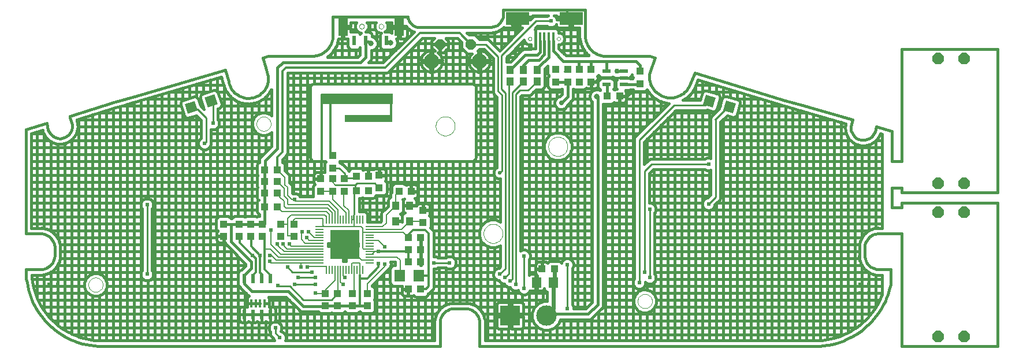
<source format=gtl>
G75*
G70*
%OFA0B0*%
%FSLAX24Y24*%
%IPPOS*%
%LPD*%
%AMOC8*
5,1,8,0,0,1.08239X$1,22.5*
%
%ADD10C,0.0000*%
%ADD11C,0.0160*%
%ADD12R,0.1181X0.1181*%
%ADD13C,0.1181*%
%ADD14R,0.0591X0.0591*%
%ADD15R,0.0472X0.0217*%
%ADD16R,0.0551X0.1000*%
%ADD17R,0.0236X0.0551*%
%ADD18OC8,0.0660*%
%ADD19OC8,0.0600*%
%ADD20C,0.0885*%
%ADD21R,0.2756X0.0394*%
%ADD22R,0.0157X0.1594*%
%ADD23R,0.4134X0.0591*%
%ADD24R,0.0118X0.2362*%
%ADD25R,0.0118X0.2953*%
%ADD26R,0.0098X0.0098*%
%ADD27R,0.0394X0.0512*%
%ADD28R,0.1713X0.1713*%
%ADD29R,0.0472X0.0080*%
%ADD30R,0.0080X0.0472*%
%ADD31R,0.0138X0.0512*%
%ADD32R,0.0433X0.0394*%
%ADD33R,0.0394X0.0433*%
%ADD34R,0.0551X0.0630*%
%ADD35R,0.0630X0.0709*%
%ADD36R,0.0433X0.0453*%
%ADD37R,0.0177X0.0984*%
%ADD38R,0.1378X0.0748*%
%ADD39C,0.0180*%
%ADD40C,0.1250*%
%ADD41C,0.0280*%
%ADD42C,0.0120*%
%ADD43C,0.0200*%
%ADD44C,0.0250*%
%ADD45C,0.0240*%
%ADD46C,0.0080*%
%ADD47C,0.0300*%
%ADD48C,0.0320*%
%ADD49C,0.0240*%
%ADD50C,0.0100*%
%ADD51C,0.0220*%
D10*
X004901Y004920D02*
X004903Y004960D01*
X004909Y005001D01*
X004919Y005040D01*
X004932Y005078D01*
X004950Y005115D01*
X004971Y005149D01*
X004995Y005182D01*
X005022Y005212D01*
X005052Y005239D01*
X005085Y005263D01*
X005119Y005284D01*
X005156Y005302D01*
X005194Y005315D01*
X005233Y005325D01*
X005274Y005331D01*
X005314Y005333D01*
X005354Y005331D01*
X005395Y005325D01*
X005434Y005315D01*
X005472Y005302D01*
X005509Y005284D01*
X005543Y005263D01*
X005576Y005239D01*
X005606Y005212D01*
X005633Y005182D01*
X005657Y005149D01*
X005678Y005115D01*
X005696Y005078D01*
X005709Y005040D01*
X005719Y005001D01*
X005725Y004960D01*
X005727Y004920D01*
X005725Y004880D01*
X005719Y004839D01*
X005709Y004800D01*
X005696Y004762D01*
X005678Y004725D01*
X005657Y004691D01*
X005633Y004658D01*
X005606Y004628D01*
X005576Y004601D01*
X005543Y004577D01*
X005509Y004556D01*
X005472Y004538D01*
X005434Y004525D01*
X005395Y004515D01*
X005354Y004509D01*
X005314Y004507D01*
X005274Y004509D01*
X005233Y004515D01*
X005194Y004525D01*
X005156Y004538D01*
X005119Y004556D01*
X005085Y004577D01*
X005052Y004601D01*
X005022Y004628D01*
X004995Y004658D01*
X004971Y004691D01*
X004950Y004725D01*
X004932Y004762D01*
X004919Y004800D01*
X004909Y004839D01*
X004903Y004880D01*
X004901Y004920D01*
X024940Y014074D02*
X024942Y014121D01*
X024948Y014167D01*
X024958Y014213D01*
X024971Y014258D01*
X024989Y014301D01*
X025010Y014343D01*
X025034Y014383D01*
X025062Y014420D01*
X025093Y014455D01*
X025127Y014488D01*
X025163Y014517D01*
X025202Y014543D01*
X025243Y014566D01*
X025286Y014585D01*
X025330Y014601D01*
X025375Y014613D01*
X025421Y014621D01*
X025468Y014625D01*
X025514Y014625D01*
X025561Y014621D01*
X025607Y014613D01*
X025652Y014601D01*
X025696Y014585D01*
X025739Y014566D01*
X025780Y014543D01*
X025819Y014517D01*
X025855Y014488D01*
X025889Y014455D01*
X025920Y014420D01*
X025948Y014383D01*
X025972Y014343D01*
X025993Y014301D01*
X026011Y014258D01*
X026024Y014213D01*
X026034Y014167D01*
X026040Y014121D01*
X026042Y014074D01*
X026040Y014027D01*
X026034Y013981D01*
X026024Y013935D01*
X026011Y013890D01*
X025993Y013847D01*
X025972Y013805D01*
X025948Y013765D01*
X025920Y013728D01*
X025889Y013693D01*
X025855Y013660D01*
X025819Y013631D01*
X025780Y013605D01*
X025739Y013582D01*
X025696Y013563D01*
X025652Y013547D01*
X025607Y013535D01*
X025561Y013527D01*
X025514Y013523D01*
X025468Y013523D01*
X025421Y013527D01*
X025375Y013535D01*
X025330Y013547D01*
X025286Y013563D01*
X025243Y013582D01*
X025202Y013605D01*
X025163Y013631D01*
X025127Y013660D01*
X025093Y013693D01*
X025062Y013728D01*
X025034Y013765D01*
X025010Y013805D01*
X024989Y013847D01*
X024971Y013890D01*
X024958Y013935D01*
X024948Y013981D01*
X024942Y014027D01*
X024940Y014074D01*
X031436Y012893D02*
X031438Y012940D01*
X031444Y012986D01*
X031454Y013032D01*
X031467Y013077D01*
X031485Y013120D01*
X031506Y013162D01*
X031530Y013202D01*
X031558Y013239D01*
X031589Y013274D01*
X031623Y013307D01*
X031659Y013336D01*
X031698Y013362D01*
X031739Y013385D01*
X031782Y013404D01*
X031826Y013420D01*
X031871Y013432D01*
X031917Y013440D01*
X031964Y013444D01*
X032010Y013444D01*
X032057Y013440D01*
X032103Y013432D01*
X032148Y013420D01*
X032192Y013404D01*
X032235Y013385D01*
X032276Y013362D01*
X032315Y013336D01*
X032351Y013307D01*
X032385Y013274D01*
X032416Y013239D01*
X032444Y013202D01*
X032468Y013162D01*
X032489Y013120D01*
X032507Y013077D01*
X032520Y013032D01*
X032530Y012986D01*
X032536Y012940D01*
X032538Y012893D01*
X032536Y012846D01*
X032530Y012800D01*
X032520Y012754D01*
X032507Y012709D01*
X032489Y012666D01*
X032468Y012624D01*
X032444Y012584D01*
X032416Y012547D01*
X032385Y012512D01*
X032351Y012479D01*
X032315Y012450D01*
X032276Y012424D01*
X032235Y012401D01*
X032192Y012382D01*
X032148Y012366D01*
X032103Y012354D01*
X032057Y012346D01*
X032010Y012342D01*
X031964Y012342D01*
X031917Y012346D01*
X031871Y012354D01*
X031826Y012366D01*
X031782Y012382D01*
X031739Y012401D01*
X031698Y012424D01*
X031659Y012450D01*
X031623Y012479D01*
X031589Y012512D01*
X031558Y012547D01*
X031530Y012584D01*
X031506Y012624D01*
X031485Y012666D01*
X031467Y012709D01*
X031454Y012754D01*
X031444Y012800D01*
X031438Y012846D01*
X031436Y012893D01*
X027696Y007873D02*
X027698Y007920D01*
X027704Y007966D01*
X027714Y008012D01*
X027727Y008057D01*
X027745Y008100D01*
X027766Y008142D01*
X027790Y008182D01*
X027818Y008219D01*
X027849Y008254D01*
X027883Y008287D01*
X027919Y008316D01*
X027958Y008342D01*
X027999Y008365D01*
X028042Y008384D01*
X028086Y008400D01*
X028131Y008412D01*
X028177Y008420D01*
X028224Y008424D01*
X028270Y008424D01*
X028317Y008420D01*
X028363Y008412D01*
X028408Y008400D01*
X028452Y008384D01*
X028495Y008365D01*
X028536Y008342D01*
X028575Y008316D01*
X028611Y008287D01*
X028645Y008254D01*
X028676Y008219D01*
X028704Y008182D01*
X028728Y008142D01*
X028749Y008100D01*
X028767Y008057D01*
X028780Y008012D01*
X028790Y007966D01*
X028796Y007920D01*
X028798Y007873D01*
X028796Y007826D01*
X028790Y007780D01*
X028780Y007734D01*
X028767Y007689D01*
X028749Y007646D01*
X028728Y007604D01*
X028704Y007564D01*
X028676Y007527D01*
X028645Y007492D01*
X028611Y007459D01*
X028575Y007430D01*
X028536Y007404D01*
X028495Y007381D01*
X028452Y007362D01*
X028408Y007346D01*
X028363Y007334D01*
X028317Y007326D01*
X028270Y007322D01*
X028224Y007322D01*
X028177Y007326D01*
X028131Y007334D01*
X028086Y007346D01*
X028042Y007362D01*
X027999Y007381D01*
X027958Y007404D01*
X027919Y007430D01*
X027883Y007459D01*
X027849Y007492D01*
X027818Y007527D01*
X027790Y007564D01*
X027766Y007604D01*
X027745Y007646D01*
X027727Y007689D01*
X027714Y007734D01*
X027704Y007780D01*
X027698Y007826D01*
X027696Y007873D01*
X036594Y003975D02*
X036596Y004015D01*
X036602Y004056D01*
X036612Y004095D01*
X036625Y004133D01*
X036643Y004170D01*
X036664Y004204D01*
X036688Y004237D01*
X036715Y004267D01*
X036745Y004294D01*
X036778Y004318D01*
X036812Y004339D01*
X036849Y004357D01*
X036887Y004370D01*
X036926Y004380D01*
X036967Y004386D01*
X037007Y004388D01*
X037047Y004386D01*
X037088Y004380D01*
X037127Y004370D01*
X037165Y004357D01*
X037202Y004339D01*
X037236Y004318D01*
X037269Y004294D01*
X037299Y004267D01*
X037326Y004237D01*
X037350Y004204D01*
X037371Y004170D01*
X037389Y004133D01*
X037402Y004095D01*
X037412Y004056D01*
X037418Y004015D01*
X037420Y003975D01*
X037418Y003935D01*
X037412Y003894D01*
X037402Y003855D01*
X037389Y003817D01*
X037371Y003780D01*
X037350Y003746D01*
X037326Y003713D01*
X037299Y003683D01*
X037269Y003656D01*
X037236Y003632D01*
X037202Y003611D01*
X037165Y003593D01*
X037127Y003580D01*
X037088Y003570D01*
X037047Y003564D01*
X037007Y003562D01*
X036967Y003564D01*
X036926Y003570D01*
X036887Y003580D01*
X036849Y003593D01*
X036812Y003611D01*
X036778Y003632D01*
X036745Y003656D01*
X036715Y003683D01*
X036688Y003713D01*
X036664Y003746D01*
X036643Y003780D01*
X036625Y003817D01*
X036612Y003855D01*
X036602Y003894D01*
X036596Y003935D01*
X036594Y003975D01*
X014596Y014201D02*
X014598Y014241D01*
X014604Y014282D01*
X014614Y014321D01*
X014627Y014359D01*
X014645Y014396D01*
X014666Y014430D01*
X014690Y014463D01*
X014717Y014493D01*
X014747Y014520D01*
X014780Y014544D01*
X014814Y014565D01*
X014851Y014583D01*
X014889Y014596D01*
X014928Y014606D01*
X014969Y014612D01*
X015009Y014614D01*
X015049Y014612D01*
X015090Y014606D01*
X015129Y014596D01*
X015167Y014583D01*
X015204Y014565D01*
X015238Y014544D01*
X015271Y014520D01*
X015301Y014493D01*
X015328Y014463D01*
X015352Y014430D01*
X015373Y014396D01*
X015391Y014359D01*
X015404Y014321D01*
X015414Y014282D01*
X015420Y014241D01*
X015422Y014201D01*
X015420Y014161D01*
X015414Y014120D01*
X015404Y014081D01*
X015391Y014043D01*
X015373Y014006D01*
X015352Y013972D01*
X015328Y013939D01*
X015301Y013909D01*
X015271Y013882D01*
X015238Y013858D01*
X015204Y013837D01*
X015167Y013819D01*
X015129Y013806D01*
X015090Y013796D01*
X015049Y013790D01*
X015009Y013788D01*
X014969Y013790D01*
X014928Y013796D01*
X014889Y013806D01*
X014851Y013819D01*
X014814Y013837D01*
X014780Y013858D01*
X014747Y013882D01*
X014717Y013909D01*
X014690Y013939D01*
X014666Y013972D01*
X014645Y014006D01*
X014627Y014043D01*
X014614Y014081D01*
X014604Y014120D01*
X014598Y014161D01*
X014596Y014201D01*
X020530Y019826D02*
X020532Y019849D01*
X020538Y019872D01*
X020548Y019893D01*
X020561Y019913D01*
X020577Y019930D01*
X020596Y019944D01*
X020617Y019954D01*
X020639Y019961D01*
X020662Y019964D01*
X020686Y019963D01*
X020708Y019958D01*
X020730Y019949D01*
X020750Y019937D01*
X020768Y019921D01*
X020782Y019903D01*
X020794Y019883D01*
X020802Y019861D01*
X020806Y019838D01*
X020806Y019814D01*
X020802Y019791D01*
X020794Y019769D01*
X020782Y019749D01*
X020768Y019731D01*
X020750Y019715D01*
X020730Y019703D01*
X020708Y019694D01*
X020686Y019689D01*
X020662Y019688D01*
X020639Y019691D01*
X020617Y019698D01*
X020596Y019708D01*
X020577Y019722D01*
X020561Y019739D01*
X020548Y019759D01*
X020538Y019780D01*
X020532Y019803D01*
X020530Y019826D01*
X021652Y019826D02*
X021654Y019849D01*
X021660Y019872D01*
X021670Y019893D01*
X021683Y019913D01*
X021699Y019930D01*
X021718Y019944D01*
X021739Y019954D01*
X021761Y019961D01*
X021784Y019964D01*
X021808Y019963D01*
X021830Y019958D01*
X021852Y019949D01*
X021872Y019937D01*
X021890Y019921D01*
X021904Y019903D01*
X021916Y019883D01*
X021924Y019861D01*
X021928Y019838D01*
X021928Y019814D01*
X021924Y019791D01*
X021916Y019769D01*
X021904Y019749D01*
X021890Y019731D01*
X021872Y019715D01*
X021852Y019703D01*
X021830Y019694D01*
X021808Y019689D01*
X021784Y019688D01*
X021761Y019691D01*
X021739Y019698D01*
X021718Y019708D01*
X021699Y019722D01*
X021683Y019739D01*
X021670Y019759D01*
X021660Y019780D01*
X021654Y019803D01*
X021652Y019826D01*
X030275Y019109D02*
X030277Y019128D01*
X030282Y019147D01*
X030292Y019163D01*
X030304Y019178D01*
X030319Y019190D01*
X030335Y019200D01*
X030354Y019205D01*
X030373Y019207D01*
X030392Y019205D01*
X030411Y019200D01*
X030427Y019190D01*
X030442Y019178D01*
X030454Y019163D01*
X030464Y019147D01*
X030469Y019128D01*
X030471Y019109D01*
X030469Y019090D01*
X030464Y019071D01*
X030454Y019055D01*
X030442Y019040D01*
X030427Y019028D01*
X030411Y019018D01*
X030392Y019013D01*
X030373Y019011D01*
X030354Y019013D01*
X030335Y019018D01*
X030319Y019028D01*
X030304Y019040D01*
X030292Y019055D01*
X030282Y019071D01*
X030277Y019090D01*
X030275Y019109D01*
X031929Y019109D02*
X031931Y019128D01*
X031936Y019147D01*
X031946Y019163D01*
X031958Y019178D01*
X031973Y019190D01*
X031989Y019200D01*
X032008Y019205D01*
X032027Y019207D01*
X032046Y019205D01*
X032065Y019200D01*
X032081Y019190D01*
X032096Y019178D01*
X032108Y019163D01*
X032118Y019147D01*
X032123Y019128D01*
X032125Y019109D01*
X032123Y019090D01*
X032118Y019071D01*
X032108Y019055D01*
X032096Y019040D01*
X032081Y019028D01*
X032065Y019018D01*
X032046Y019013D01*
X032027Y019011D01*
X032008Y019013D01*
X031989Y019018D01*
X031973Y019028D01*
X031958Y019040D01*
X031946Y019055D01*
X031936Y019071D01*
X031931Y019090D01*
X031929Y019109D01*
D11*
X003900Y001750D02*
X003710Y001840D01*
X003550Y001920D01*
X003350Y002040D01*
X003110Y002200D01*
X002880Y002380D01*
X002660Y002570D01*
X002550Y002680D01*
X002400Y002840D01*
X002280Y002980D01*
X002180Y003110D01*
X002060Y003270D01*
X001960Y003420D01*
X001830Y003650D01*
X001710Y003870D01*
X001640Y004030D01*
X001520Y004350D01*
X001430Y004660D01*
X001380Y004870D01*
X001350Y005040D01*
X001310Y005290D01*
X001280Y005800D01*
X002120Y005810D01*
X002210Y005810D01*
X002260Y005820D01*
X002350Y005840D01*
X002460Y005880D01*
X002560Y005930D01*
X002660Y006000D01*
X002750Y006100D01*
X002820Y006190D01*
X002870Y006280D01*
X002900Y006340D01*
X002940Y006470D01*
X002950Y006590D01*
X002950Y007100D01*
X002930Y007230D01*
X002920Y007270D01*
X002870Y007410D01*
X002720Y007620D01*
X002620Y007710D01*
X002490Y007790D01*
X002370Y007840D01*
X002190Y007870D01*
X001280Y007870D01*
X001280Y013880D01*
X002490Y014240D01*
X002570Y013850D01*
X002680Y013640D01*
X002830Y013500D01*
X002940Y013430D01*
X003110Y013370D01*
X003260Y013360D01*
X003480Y013400D01*
X003640Y013480D01*
X003760Y013570D01*
X003850Y013700D01*
X003920Y013830D01*
X003960Y014020D01*
X003950Y014160D01*
X003930Y014280D01*
X003840Y014550D01*
X003820Y014660D01*
X006460Y015470D01*
X006600Y015510D01*
X007560Y015790D01*
X012780Y017320D01*
X012980Y016640D01*
X013000Y016570D01*
X013020Y016490D01*
X013050Y016410D01*
X013140Y016230D01*
X013170Y016190D01*
X013220Y016120D01*
X013260Y016070D01*
X013340Y015990D01*
X013400Y015940D01*
X013450Y015900D01*
X013560Y015830D01*
X013610Y015800D01*
X013690Y015770D01*
X013790Y015730D01*
X013860Y015710D01*
X013910Y015700D01*
X013980Y015690D01*
X014020Y015690D01*
X014160Y015680D01*
X014320Y015700D01*
X014410Y015720D01*
X014490Y015740D01*
X014570Y015770D01*
X014720Y015850D01*
X014790Y015890D01*
X014840Y015930D01*
X014960Y016040D01*
X015050Y016150D01*
X015130Y016280D01*
X015180Y016370D01*
X015230Y016520D01*
X015260Y016650D01*
X015270Y016740D01*
X015270Y016950D01*
X015130Y017430D01*
X014960Y018010D01*
X015260Y018110D01*
X017860Y018110D01*
X018060Y018130D01*
X018190Y018170D01*
X018350Y018230D01*
X018510Y018330D01*
X018630Y018430D01*
X018720Y018530D01*
X018810Y018650D01*
X018900Y018820D01*
X018960Y019000D01*
X018990Y019110D01*
X019000Y019160D01*
X019000Y020376D01*
X023320Y020376D01*
X023340Y020282D01*
X023350Y020260D01*
X023400Y020130D01*
X023460Y020040D01*
X023550Y019940D01*
X023630Y019880D01*
X023750Y019820D01*
X023860Y019790D01*
X023940Y019780D01*
X028140Y019780D01*
X028270Y019800D01*
X028390Y019840D01*
X028490Y019890D01*
X028570Y019950D01*
X028670Y020050D01*
X028710Y020100D01*
X028770Y020210D01*
X028800Y020290D01*
X028820Y020350D01*
X028830Y020410D01*
X028840Y020770D01*
X033560Y020770D01*
X033560Y019200D01*
X033600Y018980D01*
X033650Y018850D01*
X033690Y018760D01*
X033750Y018660D01*
X033820Y018560D01*
X033930Y018440D01*
X034020Y018360D01*
X034160Y018270D01*
X034270Y018210D01*
X034370Y018170D01*
X034480Y018140D01*
X034580Y018120D01*
X034750Y018110D01*
X037310Y018110D01*
X037600Y018010D01*
X037290Y017190D01*
X037270Y017060D01*
X037260Y016910D01*
X037270Y016790D01*
X037300Y016630D01*
X037330Y016540D01*
X037340Y016490D01*
X037390Y016390D01*
X037490Y016220D01*
X037610Y016070D01*
X037690Y016000D01*
X037830Y015900D01*
X037980Y015810D01*
X038190Y015750D01*
X038330Y015720D01*
X038400Y015710D01*
X038520Y015710D01*
X038630Y015720D01*
X038750Y015740D01*
X038860Y015770D01*
X038940Y015800D01*
X039030Y015840D01*
X039130Y015900D01*
X039220Y015960D01*
X039300Y016030D01*
X039370Y016090D01*
X039430Y016160D01*
X039470Y016210D01*
X039570Y016370D01*
X039600Y016440D01*
X039880Y017130D01*
X045080Y015560D01*
X046090Y015270D01*
X048980Y014450D01*
X048890Y014030D01*
X048910Y013810D01*
X048980Y013640D01*
X049080Y013490D01*
X049200Y013390D01*
X049320Y013320D01*
X049490Y013270D01*
X049700Y013270D01*
X049920Y013330D01*
X050090Y013450D01*
X050170Y013540D01*
X050280Y013730D01*
X050360Y014050D01*
X051270Y013780D01*
X051270Y012040D01*
X051840Y012040D01*
X051840Y018508D01*
X057352Y018508D01*
X057352Y010240D01*
X051840Y010240D01*
X051840Y010520D01*
X051270Y010520D01*
X051270Y009370D01*
X051840Y009370D01*
X051840Y009648D01*
X057352Y009648D01*
X057352Y001380D01*
X051840Y001380D01*
X051840Y007870D01*
X050430Y007870D01*
X050340Y007860D01*
X050260Y007840D01*
X050170Y007810D01*
X050050Y007740D01*
X049960Y007670D01*
X049880Y007590D01*
X049800Y007460D01*
X049740Y007330D01*
X049710Y007210D01*
X049700Y006550D01*
X049720Y006410D01*
X049800Y006210D01*
X049870Y006100D01*
X050030Y005960D01*
X050120Y005900D01*
X050290Y005830D01*
X050370Y005810D01*
X051200Y005810D01*
X051200Y005080D01*
X051180Y004900D01*
X051140Y004730D01*
X051020Y004340D01*
X050940Y004130D01*
X050880Y003990D01*
X050770Y003770D01*
X050620Y003510D01*
X050470Y003280D01*
X050090Y002810D01*
X049970Y002690D01*
X049770Y002500D01*
X049620Y002370D01*
X049520Y002290D01*
X049340Y002160D01*
X049230Y002090D01*
X049100Y002010D01*
X048980Y001940D01*
X048770Y001830D01*
X048640Y001770D01*
X048460Y001690D01*
X048260Y001620D01*
X048070Y001560D01*
X047810Y001490D01*
X047600Y001450D01*
X047270Y001400D01*
X047120Y001390D01*
X046940Y001380D01*
X027460Y001380D01*
X027460Y002840D01*
X027420Y002990D01*
X027390Y003070D01*
X027340Y003170D01*
X027220Y003320D01*
X027110Y003410D01*
X027000Y003470D01*
X026880Y003510D01*
X026810Y003530D01*
X026740Y003540D01*
X025940Y003540D01*
X025820Y003530D01*
X025730Y003500D01*
X025630Y003460D01*
X025540Y003410D01*
X025460Y003350D01*
X025370Y003250D01*
X025290Y003140D01*
X025260Y003070D01*
X025240Y003020D01*
X025210Y002900D01*
X025190Y002810D01*
X025190Y001380D01*
X005470Y001380D01*
X005240Y001400D01*
X005000Y001430D01*
X004560Y001520D01*
X004320Y001590D01*
X004100Y001670D01*
X003900Y001750D01*
X004028Y002043D02*
X004214Y001969D01*
X004420Y001894D01*
X004637Y001831D01*
X005052Y001746D01*
X005274Y001718D01*
X005484Y001700D01*
X015615Y001700D01*
X015570Y001808D01*
X015570Y001830D01*
X015434Y001966D01*
X015390Y002072D01*
X015390Y002211D01*
X015375Y002226D01*
X015320Y002358D01*
X015320Y002502D01*
X015375Y002634D01*
X015476Y002735D01*
X015509Y002749D01*
X015390Y002749D01*
X015390Y003205D01*
X015390Y003660D01*
X015313Y003660D01*
X015313Y003858D01*
X015064Y003858D01*
X015064Y003858D01*
X015313Y003858D01*
X015313Y004138D01*
X015300Y004184D01*
X015280Y004220D01*
X016307Y004220D01*
X017019Y003509D01*
X017019Y003509D01*
X017109Y003419D01*
X017226Y003370D01*
X018148Y003370D01*
X018213Y003305D01*
X018301Y003269D01*
X018829Y003269D01*
X018917Y003305D01*
X018920Y003308D01*
X018923Y003305D01*
X019011Y003269D01*
X019539Y003269D01*
X019627Y003305D01*
X019695Y003373D01*
X019700Y003385D01*
X019705Y003373D01*
X019773Y003305D01*
X019861Y003269D01*
X020389Y003269D01*
X020477Y003305D01*
X020545Y003373D01*
X020550Y003385D01*
X020560Y003385D01*
X020565Y003373D01*
X020633Y003305D01*
X020721Y003269D01*
X021249Y003269D01*
X021337Y003305D01*
X021405Y003373D01*
X021442Y003461D01*
X021442Y003950D01*
X021405Y004038D01*
X021383Y004060D01*
X021405Y004082D01*
X021442Y004170D01*
X021442Y004659D01*
X021405Y004747D01*
X021337Y004815D01*
X021260Y004847D01*
X021260Y004864D01*
X022227Y005831D01*
X022239Y005860D01*
X022295Y005916D01*
X022350Y006048D01*
X022350Y006192D01*
X022334Y006230D01*
X022584Y006230D01*
X022600Y006214D01*
X022600Y006039D01*
X022501Y006039D01*
X022413Y006003D01*
X022345Y005935D01*
X022309Y005847D01*
X022309Y005043D01*
X022345Y004955D01*
X022413Y004887D01*
X022501Y004851D01*
X022979Y004851D01*
X022979Y004683D01*
X023337Y004683D01*
X023337Y004647D01*
X022979Y004647D01*
X022979Y004425D01*
X022991Y004379D01*
X023014Y004338D01*
X023048Y004304D01*
X023089Y004281D01*
X023135Y004268D01*
X023337Y004268D01*
X023337Y004647D01*
X023374Y004647D01*
X023374Y004268D01*
X023576Y004268D01*
X023622Y004281D01*
X023663Y004304D01*
X023668Y004309D01*
X023732Y004245D01*
X023820Y004208D01*
X024309Y004208D01*
X024397Y004245D01*
X024465Y004313D01*
X024501Y004401D01*
X024501Y004406D01*
X024550Y004426D01*
X024710Y004586D01*
X024794Y004670D01*
X024840Y004780D01*
X024840Y005830D01*
X024912Y005830D01*
X025044Y005885D01*
X025059Y005900D01*
X025521Y005900D01*
X025536Y005885D01*
X025668Y005830D01*
X025812Y005830D01*
X025944Y005885D01*
X026045Y005986D01*
X026100Y006118D01*
X026100Y006262D01*
X026045Y006394D01*
X025944Y006495D01*
X025812Y006550D01*
X025668Y006550D01*
X025536Y006495D01*
X025521Y006480D01*
X025059Y006480D01*
X025044Y006495D01*
X024912Y006550D01*
X024840Y006550D01*
X024840Y007950D01*
X024794Y008060D01*
X024639Y008216D01*
X024662Y008271D01*
X024662Y008760D01*
X024625Y008848D01*
X024561Y008912D01*
X024566Y008917D01*
X024589Y008958D01*
X024602Y009004D01*
X024602Y009206D01*
X024223Y009206D01*
X024223Y009243D01*
X024187Y009243D01*
X024187Y009601D01*
X023965Y009601D01*
X023919Y009589D01*
X023878Y009566D01*
X023844Y009532D01*
X023821Y009491D01*
X023815Y009469D01*
X023459Y009469D01*
X023459Y009505D01*
X023818Y009505D01*
X023818Y009767D01*
X023806Y009812D01*
X023782Y009853D01*
X023748Y009887D01*
X023711Y009908D01*
X023745Y009908D01*
X023791Y009921D01*
X023832Y009944D01*
X023866Y009978D01*
X023889Y010019D01*
X023901Y010065D01*
X023901Y010287D01*
X023543Y010287D01*
X023543Y010323D01*
X023901Y010323D01*
X023901Y010545D01*
X023889Y010591D01*
X023866Y010632D01*
X023832Y010666D01*
X023791Y010689D01*
X023745Y010702D01*
X023543Y010702D01*
X023543Y010323D01*
X023506Y010323D01*
X023506Y010702D01*
X023304Y010702D01*
X023258Y010689D01*
X023217Y010666D01*
X023212Y010661D01*
X023148Y010725D01*
X023060Y010762D01*
X022571Y010762D01*
X022483Y010725D01*
X022415Y010657D01*
X022379Y010569D01*
X022379Y010257D01*
X022341Y010166D01*
X022341Y009968D01*
X022288Y009946D01*
X022221Y009879D01*
X022184Y009791D01*
X022184Y009446D01*
X021843Y009105D01*
X021800Y009002D01*
X021800Y008596D01*
X021754Y008550D01*
X021000Y008550D01*
X021000Y008954D01*
X020963Y009042D01*
X020896Y009110D01*
X020808Y009146D01*
X020530Y009146D01*
X020530Y009898D01*
X020590Y009898D01*
X020678Y009935D01*
X020700Y009957D01*
X020722Y009935D01*
X020810Y009898D01*
X021299Y009898D01*
X021387Y009935D01*
X021455Y010003D01*
X021491Y010089D01*
X021939Y010089D01*
X022027Y010125D01*
X022095Y010193D01*
X022132Y010281D01*
X022132Y010770D01*
X022095Y010858D01*
X022031Y010922D01*
X022036Y010927D01*
X022059Y010968D01*
X022072Y011014D01*
X022072Y011216D01*
X021693Y011216D01*
X021693Y011253D01*
X021657Y011253D01*
X021657Y011611D01*
X021435Y011611D01*
X021389Y011599D01*
X021348Y011576D01*
X021334Y011562D01*
X021321Y011569D01*
X021275Y011582D01*
X021073Y011582D01*
X021073Y011203D01*
X021036Y011203D01*
X021036Y011582D01*
X020834Y011582D01*
X020788Y011569D01*
X020747Y011546D01*
X020742Y011541D01*
X020678Y011605D01*
X020590Y011642D01*
X020101Y011642D01*
X020013Y011605D01*
X019945Y011537D01*
X019926Y011493D01*
X019926Y011494D01*
X019844Y011576D01*
X019519Y011901D01*
X019425Y011940D01*
X019405Y011988D01*
X019383Y012010D01*
X019405Y012032D01*
X019412Y012049D01*
X027056Y012049D01*
X027154Y012090D01*
X027228Y012164D01*
X027269Y012262D01*
X027269Y016304D01*
X027228Y016401D01*
X027154Y016476D01*
X027056Y016516D01*
X017896Y016516D01*
X017798Y016476D01*
X017724Y016401D01*
X017684Y016304D01*
X017684Y012262D01*
X017724Y012164D01*
X017798Y012090D01*
X017896Y012049D01*
X018558Y012049D01*
X018565Y012032D01*
X018587Y012010D01*
X018565Y011988D01*
X018528Y011900D01*
X018528Y011411D01*
X018323Y011411D01*
X018323Y011053D01*
X018287Y011053D01*
X018287Y011411D01*
X018065Y011411D01*
X018019Y011399D01*
X017978Y011376D01*
X017944Y011342D01*
X017921Y011301D01*
X017908Y011255D01*
X017908Y011053D01*
X018287Y011053D01*
X018287Y011016D01*
X017908Y011016D01*
X017908Y010814D01*
X017921Y010768D01*
X017944Y010727D01*
X017949Y010722D01*
X017885Y010658D01*
X017848Y010570D01*
X017848Y010081D01*
X017874Y010020D01*
X017091Y010020D01*
X017085Y010034D01*
X016984Y010135D01*
X016852Y010190D01*
X016708Y010190D01*
X016678Y010178D01*
X016660Y010196D01*
X016660Y010586D01*
X016617Y010689D01*
X016510Y010796D01*
X016510Y011165D01*
X016467Y011268D01*
X016221Y011514D01*
X016221Y011819D01*
X016185Y011907D01*
X016117Y011975D01*
X016085Y011989D01*
X016085Y012160D01*
X016250Y012326D01*
X016334Y012410D01*
X016380Y012520D01*
X016380Y017106D01*
X016404Y017130D01*
X022090Y017130D01*
X022200Y017176D01*
X024154Y019130D01*
X024851Y019130D01*
X024710Y018989D01*
X024710Y018810D01*
X025170Y018810D01*
X025170Y018770D01*
X025210Y018770D01*
X025210Y018810D01*
X025670Y018810D01*
X025670Y018989D01*
X025529Y019130D01*
X026206Y019130D01*
X026430Y018906D01*
X026430Y018566D01*
X026746Y018250D01*
X027020Y018250D01*
X026985Y018216D01*
X026928Y018136D01*
X026883Y018049D01*
X026853Y017956D01*
X026840Y017878D01*
X027392Y017878D01*
X027392Y018430D01*
X027370Y018426D01*
X027444Y018500D01*
X027720Y018500D01*
X028250Y017970D01*
X028250Y016032D01*
X028294Y015926D01*
X028376Y015844D01*
X028460Y015760D01*
X028460Y011688D01*
X028432Y011677D01*
X028333Y011578D01*
X028280Y011450D01*
X028280Y011310D01*
X028333Y011182D01*
X028432Y011083D01*
X028560Y011030D01*
X028660Y011030D01*
X028660Y008558D01*
X028404Y008664D01*
X028090Y008664D01*
X027799Y008544D01*
X027576Y008321D01*
X027456Y008030D01*
X027456Y007716D01*
X027576Y007425D01*
X027799Y007202D01*
X028090Y007082D01*
X028404Y007082D01*
X028660Y007188D01*
X028660Y005970D01*
X028580Y005890D01*
X028558Y005890D01*
X028426Y005835D01*
X028325Y005734D01*
X028270Y005602D01*
X028270Y005458D01*
X028325Y005326D01*
X028426Y005225D01*
X028558Y005170D01*
X028607Y005170D01*
X028625Y005126D01*
X028726Y005025D01*
X028858Y004970D01*
X028907Y004970D01*
X028925Y004926D01*
X029026Y004825D01*
X029158Y004770D01*
X029227Y004770D01*
X029245Y004726D01*
X029346Y004625D01*
X029478Y004570D01*
X029622Y004570D01*
X029684Y004596D01*
X029725Y004496D01*
X029826Y004395D01*
X029958Y004340D01*
X030102Y004340D01*
X030234Y004395D01*
X030335Y004496D01*
X030376Y004594D01*
X030405Y004577D01*
X030451Y004565D01*
X030693Y004565D01*
X030693Y005002D01*
X030808Y005002D01*
X030808Y004565D01*
X031050Y004565D01*
X031095Y004577D01*
X031136Y004601D01*
X031170Y004635D01*
X031194Y004676D01*
X031199Y004697D01*
X031236Y004609D01*
X031303Y004542D01*
X031355Y004520D01*
X031355Y003979D01*
X031157Y003979D01*
X030851Y003853D01*
X030618Y003619D01*
X030491Y003314D01*
X030491Y002983D01*
X030618Y002678D01*
X030851Y002444D01*
X031157Y002318D01*
X031487Y002318D01*
X031792Y002444D01*
X032026Y002678D01*
X032118Y002900D01*
X033796Y002900D01*
X033917Y002950D01*
X034010Y003043D01*
X034467Y003500D01*
X034560Y003593D01*
X034610Y003714D01*
X034610Y015348D01*
X035080Y015348D01*
X035168Y015385D01*
X035232Y015449D01*
X035237Y015444D01*
X035278Y015421D01*
X035324Y015408D01*
X035526Y015408D01*
X035526Y015787D01*
X035563Y015787D01*
X035563Y015823D01*
X035921Y015823D01*
X035921Y016045D01*
X035909Y016091D01*
X035886Y016132D01*
X035884Y016134D01*
X036094Y016134D01*
X036162Y016162D01*
X036336Y016162D01*
X036373Y016125D01*
X036461Y016089D01*
X036989Y016089D01*
X037077Y016125D01*
X037138Y016185D01*
X037141Y016183D01*
X037194Y016092D01*
X037200Y016070D01*
X037226Y016038D01*
X037246Y016003D01*
X037265Y015989D01*
X037339Y015897D01*
X037351Y015871D01*
X037378Y015848D01*
X037400Y015820D01*
X037425Y015806D01*
X037444Y015790D01*
X037452Y015777D01*
X037491Y015749D01*
X037527Y015717D01*
X037543Y015712D01*
X037603Y015669D01*
X037611Y015658D01*
X037654Y015632D01*
X037696Y015603D01*
X037709Y015600D01*
X037797Y015546D01*
X037831Y015520D01*
X037852Y015514D01*
X037870Y015503D01*
X037912Y015497D01*
X038052Y015457D01*
X038061Y015450D01*
X038112Y015439D01*
X038163Y015425D01*
X038174Y015426D01*
X038212Y015418D01*
X038222Y015412D01*
X038274Y015405D01*
X038325Y015394D01*
X038327Y015394D01*
X038336Y015390D01*
X038377Y015390D01*
X038380Y015390D01*
X036434Y013444D01*
X036390Y013338D01*
X036390Y005269D01*
X036375Y005254D01*
X036320Y005122D01*
X036320Y004978D01*
X036375Y004846D01*
X036476Y004745D01*
X036608Y004690D01*
X036752Y004690D01*
X036884Y004745D01*
X036985Y004846D01*
X037040Y004978D01*
X037040Y005061D01*
X037076Y005025D01*
X037208Y004970D01*
X037352Y004970D01*
X037484Y005025D01*
X037585Y005126D01*
X037640Y005258D01*
X037640Y005402D01*
X037585Y005534D01*
X037570Y005549D01*
X037570Y009061D01*
X037585Y009076D01*
X037640Y009208D01*
X037640Y009352D01*
X037585Y009484D01*
X037484Y009585D01*
X037352Y009640D01*
X037270Y009640D01*
X040320Y009640D01*
X040320Y009652D02*
X040320Y009508D01*
X040375Y009376D01*
X040476Y009275D01*
X040608Y009220D01*
X040752Y009220D01*
X040884Y009275D01*
X040985Y009376D01*
X041040Y009508D01*
X041040Y009530D01*
X041326Y009816D01*
X041370Y009922D01*
X041370Y014296D01*
X041745Y014671D01*
X042078Y014576D01*
X042172Y014587D01*
X042256Y014633D01*
X042315Y014708D01*
X042505Y015367D01*
X042494Y015462D01*
X042447Y015546D01*
X042373Y015605D01*
X041713Y015794D01*
X041618Y015783D01*
X041535Y015737D01*
X041475Y015662D01*
X041310Y015084D01*
X040826Y014600D01*
X040780Y014490D01*
X040780Y014370D01*
X040790Y014346D01*
X040790Y012224D01*
X040752Y012240D01*
X040608Y012240D01*
X040476Y012185D01*
X040461Y012170D01*
X037322Y012170D01*
X037216Y012126D01*
X036970Y011880D01*
X036970Y013160D01*
X038800Y014990D01*
X040558Y014990D01*
X040589Y015003D01*
X040920Y014908D01*
X041014Y014919D01*
X041098Y014965D01*
X041157Y015040D01*
X041346Y015699D01*
X041336Y015794D01*
X041289Y015878D01*
X041215Y015937D01*
X040555Y016126D01*
X040460Y016115D01*
X040377Y016069D01*
X040317Y015994D01*
X040196Y015570D01*
X039210Y015570D01*
X039218Y015573D01*
X039232Y015588D01*
X039247Y015597D01*
X039255Y015598D01*
X039301Y015630D01*
X039349Y015658D01*
X039354Y015665D01*
X039362Y015670D01*
X039383Y015677D01*
X039415Y015705D01*
X039450Y015729D01*
X039462Y015747D01*
X039509Y015788D01*
X039549Y015822D01*
X039572Y015833D01*
X039597Y015863D01*
X039627Y015888D01*
X039637Y015909D01*
X039640Y015910D01*
X039676Y015956D01*
X039695Y015977D01*
X039708Y015986D01*
X039731Y016025D01*
X039760Y016060D01*
X039765Y016078D01*
X039821Y016168D01*
X039839Y016185D01*
X039854Y016221D01*
X039875Y016254D01*
X039879Y016276D01*
X039895Y016317D01*
X039919Y016372D01*
X039919Y016376D01*
X040067Y016739D01*
X044929Y015271D01*
X044931Y015270D01*
X044990Y015253D01*
X045048Y015235D01*
X045051Y015235D01*
X045941Y014980D01*
X045941Y014980D01*
X046002Y014962D01*
X046063Y014945D01*
X046063Y014945D01*
X048604Y014224D01*
X048580Y014111D01*
X048566Y014064D01*
X048567Y014049D01*
X048564Y014035D01*
X048573Y013987D01*
X048590Y013796D01*
X048590Y013747D01*
X048596Y013733D01*
X048597Y013718D01*
X048620Y013674D01*
X048672Y013547D01*
X048678Y013515D01*
X048696Y013489D01*
X048708Y013459D01*
X048731Y013436D01*
X048804Y013326D01*
X048826Y013285D01*
X048839Y013274D01*
X048849Y013260D01*
X048888Y013233D01*
X048967Y013167D01*
X048984Y013146D01*
X049016Y013127D01*
X049044Y013103D01*
X049070Y013095D01*
X049138Y013056D01*
X049169Y013031D01*
X049192Y013024D01*
X049214Y013012D01*
X049253Y013006D01*
X049383Y012968D01*
X049426Y012950D01*
X049444Y012950D01*
X049461Y012945D01*
X049507Y012950D01*
X049680Y012950D01*
X049723Y012945D01*
X049743Y012950D01*
X049764Y012950D01*
X049804Y012967D01*
X049997Y013019D01*
X050053Y013032D01*
X050059Y013036D01*
X050066Y013038D01*
X050110Y013073D01*
X050253Y013173D01*
X050287Y013190D01*
X050305Y013210D01*
X050327Y013225D01*
X050347Y013257D01*
X050389Y013305D01*
X050415Y013325D01*
X050431Y013352D01*
X050451Y013375D01*
X050462Y013406D01*
X050548Y013554D01*
X050575Y013591D01*
X050580Y013609D01*
X050589Y013625D01*
X050592Y013647D01*
X050680Y013621D01*
X050680Y008190D01*
X050475Y008190D01*
X050458Y008195D01*
X050412Y008190D01*
X050366Y008190D01*
X050350Y008183D01*
X050346Y008183D01*
X050324Y008186D01*
X050283Y008176D01*
X050241Y008171D01*
X050227Y008163D01*
X050219Y008164D01*
X050170Y008147D01*
X050121Y008135D01*
X050110Y008127D01*
X050097Y008123D01*
X050064Y008118D01*
X050037Y008103D01*
X050008Y008093D01*
X049983Y008071D01*
X049925Y008037D01*
X049904Y008032D01*
X049870Y008006D01*
X049834Y007984D01*
X049821Y007967D01*
X049798Y007949D01*
X049779Y007941D01*
X049748Y007910D01*
X049713Y007884D01*
X049703Y007866D01*
X049672Y007834D01*
X049641Y007812D01*
X049627Y007790D01*
X049609Y007771D01*
X049594Y007736D01*
X049551Y007665D01*
X049536Y007652D01*
X049517Y007611D01*
X049494Y007574D01*
X049491Y007554D01*
X049463Y007494D01*
X049445Y007469D01*
X049437Y007437D01*
X049423Y007406D01*
X049422Y007376D01*
X049406Y007313D01*
X049391Y007278D01*
X049391Y007252D01*
X049384Y007226D01*
X049390Y007189D01*
X049381Y006593D01*
X049374Y006568D01*
X049380Y006530D01*
X049379Y006491D01*
X049389Y006467D01*
X049400Y006389D01*
X049399Y006350D01*
X049409Y006327D01*
X049412Y006302D01*
X049432Y006268D01*
X049491Y006122D01*
X049496Y006092D01*
X049514Y006063D01*
X049527Y006032D01*
X049548Y006010D01*
X049591Y005943D01*
X049611Y005901D01*
X049625Y005889D01*
X049634Y005874D01*
X049672Y005848D01*
X049788Y005747D01*
X049800Y005729D01*
X049835Y005705D01*
X049867Y005677D01*
X049888Y005670D01*
X049916Y005651D01*
X049939Y005628D01*
X049969Y005616D01*
X049995Y005598D01*
X050027Y005592D01*
X050131Y005549D01*
X050151Y005535D01*
X050190Y005525D01*
X050227Y005510D01*
X050251Y005510D01*
X050269Y005505D01*
X050306Y005490D01*
X050331Y005490D01*
X050354Y005484D01*
X050394Y005490D01*
X050680Y005490D01*
X050680Y004346D01*
X050643Y004250D01*
X050590Y004125D01*
X050488Y003922D01*
X050347Y003677D01*
X050211Y003468D01*
X049852Y003024D01*
X049747Y002919D01*
X049555Y002737D01*
X049415Y002616D01*
X049326Y002545D01*
X049160Y002425D01*
X049060Y002361D01*
X048936Y002285D01*
X048825Y002220D01*
X048629Y002117D01*
X048508Y002062D01*
X048342Y001988D01*
X048159Y001924D01*
X047980Y001867D01*
X047738Y001802D01*
X047546Y001765D01*
X047235Y001718D01*
X047101Y001709D01*
X046931Y001700D01*
X027780Y001700D01*
X027780Y002819D01*
X027786Y002861D01*
X027780Y002882D01*
X027780Y002904D01*
X027764Y002943D01*
X027741Y003027D01*
X027742Y003043D01*
X027725Y003088D01*
X027713Y003134D01*
X027706Y003143D01*
X027705Y003156D01*
X027684Y003198D01*
X027667Y003242D01*
X027655Y003255D01*
X027639Y003287D01*
X027630Y003320D01*
X027611Y003343D01*
X027598Y003370D01*
X027572Y003393D01*
X027488Y003497D01*
X027472Y003527D01*
X027449Y003546D01*
X027430Y003570D01*
X027400Y003586D01*
X027338Y003637D01*
X027319Y003660D01*
X027289Y003677D01*
X027263Y003698D01*
X027234Y003707D01*
X027184Y003734D01*
X027162Y003753D01*
X027128Y003765D01*
X027097Y003781D01*
X027068Y003785D01*
X027035Y003796D01*
X027029Y003800D01*
X026975Y003816D01*
X026931Y003830D01*
X026918Y003838D01*
X026877Y003844D01*
X026837Y003855D01*
X026820Y003853D01*
X026804Y003860D01*
X026763Y003860D01*
X026722Y003866D01*
X026700Y003860D01*
X025990Y003860D01*
X025977Y003864D01*
X025927Y003860D01*
X025876Y003860D01*
X025864Y003855D01*
X025818Y003851D01*
X025779Y003854D01*
X025755Y003846D01*
X025730Y003844D01*
X025695Y003826D01*
X025680Y003821D01*
X025670Y003821D01*
X025620Y003801D01*
X025568Y003783D01*
X025561Y003777D01*
X025551Y003773D01*
X025530Y003771D01*
X025492Y003750D01*
X025452Y003733D01*
X025437Y003719D01*
X025421Y003710D01*
X025399Y003704D01*
X025365Y003679D01*
X025329Y003659D01*
X025315Y003641D01*
X025293Y003625D01*
X025265Y003611D01*
X025243Y003587D01*
X025217Y003568D01*
X025201Y003540D01*
X025163Y003499D01*
X025149Y003490D01*
X025121Y003452D01*
X025090Y003417D01*
X025084Y003401D01*
X025047Y003350D01*
X025021Y003325D01*
X025010Y003299D01*
X024994Y003277D01*
X024987Y003248D01*
X024987Y003248D01*
X024964Y003192D01*
X024957Y003176D01*
X024945Y003159D01*
X024935Y003119D01*
X024919Y003080D01*
X024920Y003057D01*
X024914Y003035D01*
X024911Y003032D01*
X024899Y002974D01*
X024884Y002916D01*
X024885Y002912D01*
X024884Y002907D01*
X024870Y002874D01*
X024870Y002845D01*
X024864Y002817D01*
X024870Y002782D01*
X024870Y001700D01*
X016245Y001700D01*
X016290Y001808D01*
X016290Y001952D01*
X016235Y002084D01*
X016134Y002185D01*
X016002Y002240D01*
X015991Y002240D01*
X016040Y002358D01*
X016040Y002502D01*
X015985Y002634D01*
X015884Y002735D01*
X015752Y002790D01*
X015624Y002790D01*
X015652Y002818D01*
X015676Y002859D01*
X015688Y002905D01*
X015688Y003205D01*
X015688Y003504D01*
X015676Y003550D01*
X015652Y003591D01*
X015619Y003624D01*
X015578Y003648D01*
X015532Y003660D01*
X015390Y003660D01*
X015390Y003205D01*
X015390Y003205D01*
X015390Y003205D01*
X014890Y003205D01*
X014890Y003205D01*
X014390Y003205D01*
X014390Y003205D01*
X014390Y003205D01*
X014188Y003205D01*
X013890Y003205D01*
X013890Y003660D01*
X013748Y003660D01*
X013702Y003648D01*
X013661Y003624D01*
X013628Y003591D01*
X013604Y003550D01*
X013592Y003504D01*
X013592Y003205D01*
X013890Y003205D01*
X013890Y003205D01*
X013890Y003660D01*
X014032Y003660D01*
X014047Y003656D01*
X014047Y003858D01*
X014296Y003858D01*
X014296Y003858D01*
X014296Y003858D01*
X014303Y003858D01*
X014552Y003858D01*
X014552Y003858D01*
X014552Y003858D01*
X014559Y003858D01*
X014808Y003858D01*
X014808Y003858D01*
X014552Y003858D01*
X014296Y003858D01*
X014047Y003858D01*
X014047Y004138D01*
X014060Y004184D01*
X014083Y004225D01*
X014117Y004258D01*
X014150Y004278D01*
X014069Y004359D01*
X013709Y004719D01*
X013619Y004809D01*
X013615Y004817D01*
X013568Y004864D01*
X013532Y004952D01*
X013532Y005599D01*
X013568Y005687D01*
X013636Y005754D01*
X013724Y005791D01*
X013738Y005791D01*
X013970Y006023D01*
X013970Y006107D01*
X012949Y007129D01*
X012859Y007219D01*
X012810Y007336D01*
X012810Y007339D01*
X012723Y007339D01*
X012723Y007697D01*
X012687Y007697D01*
X012687Y007339D01*
X012465Y007339D01*
X012419Y007351D01*
X012378Y007374D01*
X012344Y007408D01*
X012321Y007449D01*
X012308Y007495D01*
X012308Y007697D01*
X012687Y007697D01*
X012687Y007734D01*
X012308Y007734D01*
X012308Y007936D01*
X012321Y007982D01*
X012344Y008023D01*
X012349Y008028D01*
X012285Y008092D01*
X012248Y008180D01*
X012248Y008669D01*
X012285Y008757D01*
X012353Y008825D01*
X012441Y008861D01*
X012969Y008861D01*
X013057Y008825D01*
X013125Y008757D01*
X013130Y008745D01*
X013160Y008745D01*
X013165Y008757D01*
X013233Y008825D01*
X013321Y008861D01*
X013849Y008861D01*
X013925Y008830D01*
X014001Y008861D01*
X014529Y008861D01*
X014602Y008831D01*
X014676Y008861D01*
X014755Y008861D01*
X014755Y008990D01*
X014743Y008995D01*
X014675Y009063D01*
X014639Y009151D01*
X014639Y009679D01*
X014675Y009767D01*
X014713Y009805D01*
X014675Y009843D01*
X014639Y009931D01*
X014639Y010459D01*
X014670Y010535D01*
X014639Y010611D01*
X014639Y011139D01*
X014670Y011215D01*
X014639Y011291D01*
X014639Y011819D01*
X014675Y011907D01*
X014743Y011975D01*
X014750Y011978D01*
X014750Y012146D01*
X014800Y012267D01*
X014893Y012360D01*
X015450Y012917D01*
X015450Y013719D01*
X015379Y013648D01*
X015139Y013548D01*
X014879Y013548D01*
X014638Y013648D01*
X014455Y013831D01*
X014355Y014072D01*
X014355Y014331D01*
X014455Y014572D01*
X014638Y014755D01*
X014879Y014855D01*
X015139Y014855D01*
X015379Y014755D01*
X015450Y014684D01*
X015450Y016193D01*
X015444Y016185D01*
X015437Y016174D01*
X015436Y016166D01*
X015406Y016118D01*
X015379Y016069D01*
X015373Y016064D01*
X015344Y016018D01*
X015338Y015997D01*
X015311Y015964D01*
X015289Y015928D01*
X015271Y015915D01*
X015233Y015868D01*
X015223Y015847D01*
X015193Y015820D01*
X015167Y015788D01*
X015147Y015777D01*
X015095Y015730D01*
X015090Y015720D01*
X015048Y015687D01*
X015011Y015652D01*
X015004Y015644D01*
X014970Y015625D01*
X014940Y015600D01*
X014922Y015595D01*
X014875Y015570D01*
X014823Y015541D01*
X014819Y015540D01*
X014758Y015507D01*
X014742Y015493D01*
X014702Y015478D01*
X014664Y015458D01*
X014644Y015456D01*
X014629Y015445D01*
X014585Y015434D01*
X014543Y015418D01*
X014528Y015419D01*
X014484Y015409D01*
X014432Y015396D01*
X014423Y015390D01*
X014375Y015384D01*
X014327Y015374D01*
X014312Y015377D01*
X014231Y015366D01*
X014201Y015356D01*
X014169Y015359D01*
X014137Y015355D01*
X014106Y015363D01*
X014018Y015369D01*
X013998Y015364D01*
X013957Y015370D01*
X013916Y015370D01*
X013905Y015375D01*
X013856Y015384D01*
X013844Y015386D01*
X013833Y015385D01*
X013813Y015391D01*
X013802Y015392D01*
X013796Y015395D01*
X013785Y015399D01*
X013735Y015409D01*
X013734Y015409D01*
X013730Y015409D01*
X013686Y015427D01*
X013641Y015440D01*
X013628Y015450D01*
X013574Y015472D01*
X013529Y015488D01*
X013500Y015493D01*
X013470Y015511D01*
X013438Y015523D01*
X013419Y015540D01*
X013392Y015558D01*
X013341Y015588D01*
X013338Y015592D01*
X013317Y015605D01*
X013300Y015610D01*
X013264Y015639D01*
X013224Y015664D01*
X013215Y015677D01*
X013198Y015692D01*
X013170Y015714D01*
X013159Y015719D01*
X013124Y015753D01*
X013086Y015785D01*
X013079Y015798D01*
X013066Y015812D01*
X013050Y015820D01*
X013021Y015856D01*
X012989Y015889D01*
X012984Y015899D01*
X012965Y015927D01*
X012930Y015970D01*
X012928Y015978D01*
X012912Y016001D01*
X012905Y016011D01*
X012882Y016030D01*
X012867Y016061D01*
X012846Y016089D01*
X012838Y016117D01*
X012785Y016225D01*
X012773Y016238D01*
X012756Y016282D01*
X012735Y016324D01*
X012734Y016338D01*
X012725Y016351D01*
X012714Y016395D01*
X012698Y016437D01*
X012699Y016456D01*
X012691Y016487D01*
X012673Y016551D01*
X012563Y016923D01*
X007711Y015501D01*
X007711Y015501D01*
X007650Y015483D01*
X007589Y015465D01*
X007589Y015465D01*
X006750Y015220D01*
X006749Y015220D01*
X006689Y015203D01*
X006628Y015185D01*
X006628Y015185D01*
X006551Y015163D01*
X004212Y014446D01*
X004222Y014417D01*
X004235Y014395D01*
X004242Y014357D01*
X004254Y014321D01*
X004252Y014295D01*
X004258Y014260D01*
X004265Y014246D01*
X004268Y014198D01*
X004276Y014150D01*
X004273Y014135D01*
X004278Y014061D01*
X004286Y014016D01*
X004282Y013998D01*
X004284Y013979D01*
X004269Y013936D01*
X004237Y013781D01*
X004232Y013734D01*
X004224Y013719D01*
X004220Y013702D01*
X004194Y013663D01*
X004153Y013588D01*
X004149Y013570D01*
X004123Y013533D01*
X004102Y013492D01*
X004087Y013481D01*
X004030Y013397D01*
X004003Y013352D01*
X003994Y013345D01*
X003987Y013336D01*
X003943Y013307D01*
X003859Y013245D01*
X003840Y013222D01*
X003809Y013207D01*
X003781Y013186D01*
X003753Y013178D01*
X003639Y013122D01*
X003600Y013097D01*
X003582Y013093D01*
X003566Y013085D01*
X003520Y013082D01*
X003340Y013049D01*
X003302Y013036D01*
X003278Y013038D01*
X003255Y013034D01*
X003215Y013042D01*
X003108Y013049D01*
X003064Y013047D01*
X003045Y013054D01*
X003025Y013055D01*
X002985Y013075D01*
X002858Y013119D01*
X002822Y013126D01*
X002799Y013140D01*
X002773Y013149D01*
X002746Y013174D01*
X002686Y013212D01*
X002658Y013223D01*
X002633Y013246D01*
X002604Y013264D01*
X002587Y013289D01*
X002468Y013400D01*
X002426Y013435D01*
X002422Y013443D01*
X002415Y013449D01*
X002392Y013499D01*
X002295Y013686D01*
X002269Y013723D01*
X002266Y013741D01*
X002257Y013758D01*
X002253Y013803D01*
X002247Y013834D01*
X001600Y013641D01*
X001600Y008190D01*
X002153Y008190D01*
X002180Y008196D01*
X002216Y008190D01*
X002254Y008190D01*
X002279Y008180D01*
X002397Y008160D01*
X002434Y008160D01*
X002459Y008150D01*
X002485Y008145D01*
X002517Y008125D01*
X002578Y008100D01*
X002604Y008096D01*
X002636Y008076D01*
X002672Y008061D01*
X002690Y008043D01*
X002759Y008000D01*
X002787Y007990D01*
X002812Y007967D01*
X002842Y007949D01*
X002859Y007925D01*
X002913Y007877D01*
X002943Y007858D01*
X002960Y007834D01*
X002981Y007815D01*
X002997Y007783D01*
X003120Y007611D01*
X003150Y007578D01*
X003156Y007560D01*
X003167Y007544D01*
X003178Y007500D01*
X003205Y007422D01*
X003215Y007409D01*
X003227Y007363D01*
X003231Y007351D01*
X003237Y007342D01*
X003238Y007330D01*
X003243Y007318D01*
X003242Y007305D01*
X003244Y007293D01*
X003256Y007246D01*
X003254Y007231D01*
X003260Y007187D01*
X003270Y007164D01*
X003270Y007124D01*
X003276Y007086D01*
X003270Y007061D01*
X003270Y006640D01*
X003274Y006627D01*
X003270Y006577D01*
X003270Y006526D01*
X003265Y006514D01*
X003261Y006472D01*
X003265Y006437D01*
X003256Y006409D01*
X003254Y006380D01*
X003237Y006349D01*
X003217Y006281D01*
X003215Y006254D01*
X003198Y006221D01*
X003187Y006185D01*
X003176Y006171D01*
X003153Y006131D01*
X003128Y006080D01*
X003122Y006075D01*
X003118Y006068D01*
X003112Y006044D01*
X003088Y006013D01*
X003069Y005979D01*
X003049Y005963D01*
X003034Y005944D01*
X003030Y005933D01*
X002996Y005894D01*
X002964Y005853D01*
X002953Y005847D01*
X002916Y005806D01*
X002896Y005774D01*
X002873Y005759D01*
X002855Y005739D01*
X002822Y005723D01*
X002776Y005690D01*
X002760Y005672D01*
X002724Y005654D01*
X002691Y005631D01*
X002668Y005626D01*
X002643Y005614D01*
X002629Y005601D01*
X002587Y005586D01*
X002546Y005565D01*
X002527Y005564D01*
X002499Y005554D01*
X002482Y005541D01*
X002440Y005532D01*
X002400Y005518D01*
X002383Y005518D01*
X002326Y005507D01*
X002301Y005501D01*
X002274Y005490D01*
X002242Y005490D01*
X002210Y005484D01*
X002179Y005490D01*
X002122Y005490D01*
X001619Y005484D01*
X001629Y005325D01*
X001666Y005093D01*
X001693Y004935D01*
X001739Y004742D01*
X001824Y004451D01*
X001937Y004150D01*
X001998Y004011D01*
X002110Y003805D01*
X002233Y003588D01*
X002321Y003455D01*
X002435Y003304D01*
X002528Y003182D01*
X002638Y003054D01*
X002780Y002903D01*
X002878Y002805D01*
X003083Y002627D01*
X003298Y002460D01*
X003521Y002310D01*
X003704Y002201D01*
X003850Y002128D01*
X004028Y002043D01*
X004037Y002040D02*
X015403Y002040D01*
X015540Y001860D02*
X015540Y001700D01*
X015140Y001700D02*
X015140Y002806D01*
X015161Y002785D01*
X015202Y002761D01*
X015248Y002749D01*
X015390Y002749D01*
X015390Y003205D01*
X015688Y003205D01*
X015390Y003205D01*
X015390Y003205D01*
X015092Y003205D01*
X014890Y003205D01*
X014890Y003205D01*
X014592Y003205D01*
X014390Y003205D01*
X013890Y003205D01*
X013890Y003205D01*
X013890Y003205D01*
X013592Y003205D01*
X013592Y002905D01*
X013604Y002859D01*
X013628Y002818D01*
X013661Y002785D01*
X013702Y002761D01*
X013748Y002749D01*
X013890Y002749D01*
X014032Y002749D01*
X014078Y002761D01*
X014119Y002785D01*
X014140Y002806D01*
X014161Y002785D01*
X014202Y002761D01*
X014248Y002749D01*
X014390Y002749D01*
X014532Y002749D01*
X014578Y002761D01*
X014619Y002785D01*
X014640Y002806D01*
X014661Y002785D01*
X014702Y002761D01*
X014748Y002749D01*
X014890Y002749D01*
X015032Y002749D01*
X015078Y002761D01*
X015119Y002785D01*
X015140Y002806D01*
X015390Y002840D02*
X015390Y002840D01*
X015665Y002840D02*
X024869Y002840D01*
X024870Y002440D02*
X016040Y002440D01*
X015940Y002679D02*
X015940Y004220D01*
X015540Y004220D02*
X015540Y003658D01*
X015591Y003640D02*
X016887Y003640D01*
X016740Y003787D02*
X016740Y001700D01*
X017140Y001700D02*
X017140Y003406D01*
X017290Y003690D02*
X018550Y003690D01*
X018565Y003705D01*
X019275Y003705D01*
X020125Y003705D01*
X020560Y003705D01*
X020985Y003705D01*
X021442Y003640D02*
X025313Y003640D01*
X025140Y003478D02*
X025140Y005900D01*
X024840Y005640D02*
X028286Y005640D01*
X028340Y005749D02*
X028340Y007082D01*
X028660Y006840D02*
X024840Y006840D01*
X025540Y006497D02*
X025540Y012049D01*
X025140Y012049D02*
X025140Y006480D01*
X025540Y005883D02*
X025540Y003772D01*
X025940Y003861D02*
X025940Y005883D01*
X026068Y006040D02*
X028660Y006040D01*
X028660Y006440D02*
X025999Y006440D01*
X025940Y006497D02*
X025940Y012049D01*
X026340Y012049D02*
X026340Y003860D01*
X026740Y003863D02*
X026740Y012049D01*
X027140Y012084D02*
X027140Y003761D01*
X027336Y003640D02*
X028461Y003640D01*
X028461Y003763D02*
X028461Y003229D01*
X029151Y003229D01*
X029151Y003919D01*
X028617Y003919D01*
X028571Y003907D01*
X028530Y003883D01*
X028497Y003850D01*
X028473Y003809D01*
X028461Y003763D01*
X028740Y003919D02*
X028740Y005019D01*
X029011Y004840D02*
X024840Y004840D01*
X024740Y004616D02*
X024740Y001700D01*
X024340Y001700D02*
X024340Y004221D01*
X024564Y004440D02*
X029781Y004440D01*
X029940Y004348D02*
X029940Y003875D01*
X029932Y003883D02*
X029891Y003907D01*
X029845Y003919D01*
X029311Y003919D01*
X029311Y003229D01*
X029151Y003229D01*
X029151Y003069D01*
X028461Y003069D01*
X028461Y002534D01*
X028473Y002488D01*
X028497Y002447D01*
X028530Y002414D01*
X028571Y002390D01*
X028617Y002378D01*
X029151Y002378D01*
X029151Y003068D01*
X029311Y003068D01*
X029311Y002378D01*
X029845Y002378D01*
X029891Y002390D01*
X029932Y002414D01*
X029966Y002447D01*
X029989Y002488D01*
X030002Y002534D01*
X030002Y003069D01*
X029311Y003069D01*
X029311Y003229D01*
X030002Y003229D01*
X030002Y003763D01*
X029989Y003809D01*
X029966Y003850D01*
X029932Y003883D01*
X030002Y003640D02*
X030639Y003640D01*
X030740Y003741D02*
X030740Y005002D01*
X030740Y005118D02*
X030740Y005502D01*
X030734Y005508D02*
X030768Y005474D01*
X030808Y005451D01*
X030808Y005118D01*
X030693Y005118D01*
X030693Y005555D01*
X030451Y005555D01*
X030405Y005543D01*
X030364Y005519D01*
X030331Y005485D01*
X030320Y005467D01*
X030320Y006361D01*
X030335Y006376D01*
X030390Y006508D01*
X030390Y006652D01*
X030335Y006784D01*
X030234Y006885D01*
X030102Y006940D01*
X029958Y006940D01*
X029840Y006891D01*
X029840Y015780D01*
X029910Y015850D01*
X030318Y015850D01*
X030424Y015894D01*
X030724Y016194D01*
X031044Y016194D01*
X031132Y016230D01*
X031200Y016298D01*
X031237Y016386D01*
X031237Y016934D01*
X031213Y016990D01*
X031237Y017046D01*
X031237Y017384D01*
X031408Y017556D01*
X031408Y017090D01*
X031445Y017002D01*
X031467Y016980D01*
X031445Y016958D01*
X031408Y016870D01*
X031408Y016381D01*
X031445Y016293D01*
X031513Y016225D01*
X031601Y016189D01*
X032129Y016189D01*
X032205Y016220D01*
X032215Y016216D01*
X032215Y015912D01*
X032085Y015782D01*
X031965Y015732D01*
X031858Y015625D01*
X031800Y015486D01*
X031800Y015334D01*
X031858Y015195D01*
X031965Y015088D01*
X032104Y015030D01*
X032256Y015030D01*
X032395Y015088D01*
X032502Y015195D01*
X032552Y015315D01*
X032825Y015588D01*
X032875Y015709D01*
X032875Y016216D01*
X032885Y016220D01*
X032961Y016189D01*
X033489Y016189D01*
X033577Y016225D01*
X033615Y016263D01*
X033619Y016261D01*
X033665Y016249D01*
X033887Y016249D01*
X033887Y016607D01*
X033923Y016607D01*
X033923Y016249D01*
X034145Y016249D01*
X034191Y016261D01*
X034232Y016284D01*
X034266Y016318D01*
X034289Y016359D01*
X034302Y016405D01*
X034302Y016607D01*
X033923Y016607D01*
X033923Y016644D01*
X034302Y016644D01*
X034302Y016846D01*
X034289Y016892D01*
X034266Y016933D01*
X034261Y016938D01*
X034325Y017002D01*
X034333Y017022D01*
X034347Y016990D01*
X034414Y016922D01*
X034503Y016886D01*
X035070Y016886D01*
X035143Y016916D01*
X035159Y016899D01*
X035302Y016840D01*
X034302Y016840D01*
X034414Y016794D02*
X034347Y016726D01*
X034310Y016638D01*
X034310Y016326D01*
X034347Y016238D01*
X034414Y016170D01*
X034438Y016160D01*
X034435Y016157D01*
X034425Y016132D01*
X034310Y016180D01*
X034150Y016180D01*
X034003Y016119D01*
X033891Y016007D01*
X033830Y015860D01*
X033830Y015700D01*
X033891Y015553D01*
X033950Y015494D01*
X033950Y003917D01*
X033593Y003560D01*
X032890Y003560D01*
X032890Y003632D01*
X032835Y003764D01*
X032820Y003779D01*
X032820Y005861D01*
X032835Y005876D01*
X032890Y006008D01*
X032890Y006152D01*
X032835Y006284D01*
X032734Y006385D01*
X032602Y006440D01*
X032458Y006440D01*
X032326Y006385D01*
X032225Y006284D01*
X032185Y006188D01*
X032117Y006255D01*
X032029Y006292D01*
X031540Y006292D01*
X031452Y006255D01*
X031388Y006191D01*
X031383Y006196D01*
X031342Y006219D01*
X031296Y006232D01*
X031094Y006232D01*
X031094Y005853D01*
X031057Y005853D01*
X031057Y005817D01*
X030699Y005817D01*
X030699Y005595D01*
X030711Y005549D01*
X030734Y005508D01*
X030699Y005640D02*
X030320Y005640D01*
X030340Y005495D02*
X030340Y006388D01*
X030362Y006440D02*
X033950Y006440D01*
X033950Y006040D02*
X032890Y006040D01*
X032740Y006379D02*
X032740Y012643D01*
X032778Y012735D02*
X032658Y012444D01*
X032435Y012222D01*
X032144Y012101D01*
X031830Y012101D01*
X031539Y012222D01*
X031316Y012444D01*
X031196Y012735D01*
X031196Y013050D01*
X031316Y013341D01*
X031539Y013563D01*
X031830Y013684D01*
X032144Y013684D01*
X032435Y013563D01*
X032658Y013341D01*
X032778Y013050D01*
X032778Y012735D01*
X032778Y012840D02*
X033950Y012840D01*
X034610Y012840D02*
X036390Y012840D01*
X036970Y012840D02*
X040790Y012840D01*
X041370Y012840D02*
X050680Y012840D01*
X050680Y013240D02*
X050336Y013240D01*
X050340Y013247D02*
X050340Y008184D01*
X049940Y008046D02*
X049940Y013004D01*
X049540Y012950D02*
X049540Y007655D01*
X049531Y007640D02*
X037570Y007640D01*
X037570Y008040D02*
X049929Y008040D01*
X050680Y008440D02*
X037570Y008440D01*
X037570Y008840D02*
X050680Y008840D01*
X050680Y009240D02*
X040800Y009240D01*
X040740Y009220D02*
X040740Y001700D01*
X040340Y001700D02*
X040340Y009460D01*
X040320Y009652D02*
X040375Y009784D01*
X040476Y009885D01*
X040608Y009940D01*
X040630Y009940D01*
X040790Y010100D01*
X040790Y011536D01*
X040752Y011520D01*
X040608Y011520D01*
X040476Y011575D01*
X040461Y011590D01*
X037500Y011590D01*
X037270Y011360D01*
X037270Y009640D01*
X037540Y009529D02*
X037540Y011590D01*
X037940Y011590D02*
X037940Y001700D01*
X037540Y001700D02*
X037540Y003584D01*
X037561Y003605D02*
X037660Y003845D01*
X037660Y004105D01*
X037561Y004345D01*
X037377Y004529D01*
X037137Y004629D01*
X036877Y004629D01*
X036637Y004529D01*
X036453Y004345D01*
X036353Y004105D01*
X036353Y003845D01*
X036453Y003605D01*
X036637Y003421D01*
X036877Y003322D01*
X037137Y003322D01*
X037377Y003421D01*
X037561Y003605D01*
X037575Y003640D02*
X050323Y003640D01*
X050340Y003666D02*
X050340Y005488D01*
X050680Y005240D02*
X037632Y005240D01*
X037540Y005081D02*
X037540Y004366D01*
X037466Y004440D02*
X050680Y004440D01*
X050547Y004040D02*
X037660Y004040D01*
X037140Y004627D02*
X037140Y004998D01*
X036979Y004840D02*
X050680Y004840D01*
X049940Y005628D02*
X049940Y003133D01*
X050026Y003240D02*
X034207Y003240D01*
X034340Y003373D02*
X034340Y001700D01*
X033940Y001700D02*
X033940Y002973D01*
X033540Y002900D02*
X033540Y001700D01*
X033140Y001700D02*
X033140Y002900D01*
X032740Y002900D02*
X032740Y001700D01*
X032340Y001700D02*
X032340Y002900D01*
X032093Y002840D02*
X049663Y002840D01*
X049540Y002724D02*
X049540Y006018D01*
X049523Y006040D02*
X037570Y006040D01*
X037570Y006440D02*
X049392Y006440D01*
X049384Y006840D02*
X037570Y006840D01*
X037570Y007240D02*
X049388Y007240D01*
X049928Y005640D02*
X037570Y005640D01*
X036390Y005640D02*
X034610Y005640D01*
X033950Y005640D02*
X032820Y005640D01*
X032820Y005240D02*
X033950Y005240D01*
X034610Y005240D02*
X036369Y005240D01*
X036340Y005170D02*
X036340Y016158D01*
X036210Y016020D02*
X035995Y015805D01*
X035545Y015805D01*
X035540Y015787D02*
X035540Y001700D01*
X035140Y001700D02*
X035140Y015373D01*
X034740Y015348D02*
X034740Y001700D01*
X035940Y001700D02*
X035940Y016134D01*
X035921Y016040D02*
X037224Y016040D01*
X037140Y016183D02*
X037140Y014150D01*
X037030Y014040D02*
X034610Y014040D01*
X034610Y013640D02*
X036630Y013640D01*
X036740Y013750D02*
X036740Y016089D01*
X035921Y015787D02*
X035563Y015787D01*
X035563Y015408D01*
X035765Y015408D01*
X035811Y015421D01*
X035852Y015444D01*
X035886Y015478D01*
X035909Y015519D01*
X035921Y015565D01*
X035921Y015787D01*
X035921Y015640D02*
X037641Y015640D01*
X037540Y015713D02*
X037540Y014550D01*
X037430Y014440D02*
X034610Y014440D01*
X033950Y014440D02*
X029840Y014440D01*
X029840Y014040D02*
X033950Y014040D01*
X033950Y013640D02*
X032250Y013640D01*
X032340Y013603D02*
X032340Y015065D01*
X032521Y015240D02*
X033950Y015240D01*
X033940Y015504D02*
X033940Y003907D01*
X033950Y004040D02*
X032820Y004040D01*
X032820Y004440D02*
X033950Y004440D01*
X034610Y004440D02*
X036547Y004440D01*
X036740Y004572D02*
X036740Y004690D01*
X036381Y004840D02*
X034610Y004840D01*
X033950Y004840D02*
X032820Y004840D01*
X031355Y004440D02*
X030279Y004440D01*
X030340Y004508D02*
X030340Y001700D01*
X029940Y001700D02*
X029940Y002422D01*
X029958Y002440D02*
X030862Y002440D01*
X030740Y002556D02*
X030740Y001700D01*
X031140Y001700D02*
X031140Y002325D01*
X031540Y002340D02*
X031540Y001700D01*
X031940Y001700D02*
X031940Y002592D01*
X031782Y002440D02*
X049181Y002440D01*
X049140Y002412D02*
X049140Y013054D01*
X048878Y013240D02*
X041370Y013240D01*
X040790Y013240D02*
X037050Y013240D01*
X037140Y013330D02*
X037140Y012050D01*
X037130Y012040D02*
X036970Y012040D01*
X036390Y012040D02*
X034610Y012040D01*
X034610Y011640D02*
X036390Y011640D01*
X036390Y011240D02*
X034610Y011240D01*
X033950Y011240D02*
X029840Y011240D01*
X029840Y010840D02*
X033950Y010840D01*
X034610Y010840D02*
X036390Y010840D01*
X037270Y010840D02*
X040790Y010840D01*
X041370Y010840D02*
X050680Y010840D01*
X050680Y010440D02*
X041370Y010440D01*
X040790Y010440D02*
X037270Y010440D01*
X036390Y010440D02*
X034610Y010440D01*
X033950Y010440D02*
X029840Y010440D01*
X029840Y010040D02*
X033950Y010040D01*
X033950Y009640D02*
X029840Y009640D01*
X029840Y009240D02*
X033950Y009240D01*
X034610Y009240D02*
X036390Y009240D01*
X036390Y008840D02*
X034610Y008840D01*
X033950Y008840D02*
X029840Y008840D01*
X029840Y008440D02*
X033950Y008440D01*
X034610Y008440D02*
X036390Y008440D01*
X036390Y008040D02*
X034610Y008040D01*
X034610Y007640D02*
X036390Y007640D01*
X036390Y007240D02*
X034610Y007240D01*
X033950Y007240D02*
X029840Y007240D01*
X029940Y006932D02*
X029940Y015850D01*
X029840Y015640D02*
X031873Y015640D01*
X031940Y015707D02*
X031940Y016189D01*
X032215Y016040D02*
X030570Y016040D01*
X030740Y016194D02*
X030740Y006168D01*
X030734Y006162D02*
X030711Y006121D01*
X030699Y006075D01*
X030699Y005853D01*
X031057Y005853D01*
X031057Y006232D01*
X030855Y006232D01*
X030809Y006219D01*
X030768Y006196D01*
X030734Y006162D01*
X030699Y006040D02*
X030320Y006040D01*
X030740Y005853D02*
X030740Y005817D01*
X031057Y006040D02*
X031094Y006040D01*
X031140Y006232D02*
X031140Y016238D01*
X031237Y016440D02*
X031408Y016440D01*
X031540Y016214D02*
X031540Y013564D01*
X031724Y013640D02*
X029840Y013640D01*
X029840Y013240D02*
X031275Y013240D01*
X031196Y012840D02*
X029840Y012840D01*
X029840Y012440D02*
X031321Y012440D01*
X031540Y012221D02*
X031540Y006292D01*
X031940Y006292D02*
X031940Y012101D01*
X032340Y012182D02*
X032340Y006391D01*
X033950Y006840D02*
X030279Y006840D01*
X030340Y006772D02*
X030340Y015859D01*
X029840Y015240D02*
X031839Y015240D01*
X031940Y015113D02*
X031940Y013684D01*
X032700Y013240D02*
X033950Y013240D01*
X034610Y013240D02*
X036390Y013240D01*
X037450Y013640D02*
X040790Y013640D01*
X040790Y014040D02*
X037850Y014040D01*
X037940Y014130D02*
X037940Y012170D01*
X037540Y012170D02*
X037540Y013730D01*
X038250Y014440D02*
X040780Y014440D01*
X041066Y014840D02*
X038650Y014840D01*
X038740Y014930D02*
X038740Y012170D01*
X038340Y012170D02*
X038340Y014530D01*
X037940Y014950D02*
X037940Y015489D01*
X038230Y015240D02*
X034610Y015240D01*
X035526Y015640D02*
X035563Y015640D01*
X034835Y015805D02*
X034835Y016433D01*
X034786Y016482D01*
X034310Y016440D02*
X034302Y016440D01*
X034340Y016254D02*
X034340Y016167D01*
X033940Y016249D02*
X033940Y016056D01*
X033924Y016040D02*
X032875Y016040D01*
X033140Y016189D02*
X033140Y003560D01*
X032887Y003640D02*
X033673Y003640D01*
X033540Y003560D02*
X033540Y016210D01*
X033887Y016440D02*
X033923Y016440D01*
X033940Y016607D02*
X033940Y016644D01*
X034340Y016710D02*
X034340Y017006D01*
X034414Y016794D02*
X034503Y016830D01*
X035070Y016830D01*
X035159Y016794D01*
X035226Y016726D01*
X035263Y016638D01*
X035263Y016326D01*
X035226Y016238D01*
X035191Y016202D01*
X035232Y016161D01*
X035237Y016166D01*
X035278Y016189D01*
X035324Y016202D01*
X035407Y016202D01*
X035371Y016238D01*
X035334Y016326D01*
X035334Y016638D01*
X035371Y016726D01*
X035394Y016750D01*
X035394Y016840D01*
X035302Y016840D01*
X035140Y016802D02*
X035140Y016915D01*
X034740Y016886D02*
X034740Y016830D01*
X035263Y016440D02*
X035334Y016440D01*
X035810Y016482D02*
X036682Y016482D01*
X036725Y016525D01*
X036282Y016802D02*
X036226Y016802D01*
X036226Y016858D01*
X035810Y016858D01*
X035838Y016830D01*
X036210Y016830D01*
X036226Y016840D02*
X036297Y016840D01*
X036305Y016858D02*
X036282Y016802D01*
X036305Y016858D02*
X036327Y016880D01*
X036305Y016902D01*
X036268Y016990D01*
X036268Y017035D01*
X036250Y016990D01*
X036226Y016966D01*
X036226Y016858D01*
X035810Y016858D01*
X035810Y016858D01*
X035940Y016858D02*
X035940Y016858D01*
X036720Y017230D02*
X036725Y017235D01*
X034006Y017234D02*
X033905Y017335D01*
X033775Y018150D02*
X032447Y018150D01*
X032042Y018555D01*
X032042Y018770D01*
X032094Y018770D01*
X032218Y018822D01*
X032314Y018917D01*
X032365Y019042D01*
X032365Y019176D01*
X032314Y019301D01*
X032218Y019396D01*
X032094Y019447D01*
X032040Y019447D01*
X032040Y019511D01*
X032004Y019599D01*
X031936Y019667D01*
X031848Y019703D01*
X030808Y019703D01*
X030720Y019667D01*
X030696Y019643D01*
X030688Y019643D01*
X030653Y019643D01*
X030850Y019840D01*
X031361Y019840D01*
X031376Y019825D01*
X031508Y019770D01*
X031652Y019770D01*
X031784Y019825D01*
X031885Y019926D01*
X031886Y019928D01*
X031886Y019892D01*
X031898Y019847D01*
X031922Y019805D01*
X031956Y019772D01*
X031997Y019748D01*
X032042Y019736D01*
X032675Y019736D01*
X032675Y020210D01*
X031937Y020210D01*
X031885Y020334D01*
X031784Y020435D01*
X031748Y020450D01*
X031886Y020450D01*
X031886Y020370D01*
X032675Y020370D01*
X032675Y020210D01*
X032835Y020210D01*
X032835Y019736D01*
X033240Y019736D01*
X033240Y019234D01*
X033234Y019205D01*
X033240Y019171D01*
X033240Y019136D01*
X033251Y019109D01*
X033279Y018955D01*
X033278Y018925D01*
X033291Y018893D01*
X033297Y018860D01*
X033313Y018834D01*
X033332Y018787D01*
X033332Y018778D01*
X033354Y018727D01*
X033374Y018676D01*
X033380Y018670D01*
X033383Y018650D01*
X033406Y018612D01*
X033423Y018572D01*
X033438Y018558D01*
X033449Y018540D01*
X033451Y018529D01*
X033481Y018486D01*
X033508Y018441D01*
X033518Y018434D01*
X033534Y018411D01*
X033541Y018391D01*
X033570Y018359D01*
X033594Y018324D01*
X033613Y018313D01*
X033662Y018258D01*
X033670Y018243D01*
X033705Y018212D01*
X033737Y018177D01*
X033752Y018170D01*
X033775Y018150D01*
X033540Y018150D02*
X033540Y018394D01*
X033509Y018440D02*
X032157Y018440D01*
X032340Y018257D02*
X032340Y018981D01*
X032236Y018840D02*
X033310Y018840D01*
X033240Y019240D02*
X032339Y019240D01*
X032340Y019237D02*
X032340Y019736D01*
X031963Y019640D02*
X033240Y019640D01*
X033140Y019736D02*
X033140Y018150D01*
X032740Y018150D02*
X032740Y020210D01*
X032755Y020290D02*
X032670Y020290D01*
X032380Y020580D01*
X032340Y020370D02*
X032340Y020210D01*
X032675Y020040D02*
X032835Y020040D01*
X032835Y020210D02*
X032835Y020370D01*
X033240Y020370D01*
X033240Y020210D01*
X032835Y020210D01*
X033140Y020210D02*
X033140Y020370D01*
X031940Y020370D02*
X031940Y020210D01*
X031886Y020440D02*
X031772Y020440D01*
X031412Y020450D02*
X031376Y020435D01*
X031361Y020420D01*
X030672Y020420D01*
X030566Y020376D01*
X030400Y020210D01*
X029725Y020210D01*
X029725Y020370D01*
X030514Y020370D01*
X030514Y020450D01*
X031412Y020450D01*
X031388Y020440D02*
X030514Y020440D01*
X030340Y020370D02*
X030340Y020210D01*
X029940Y020210D02*
X029940Y020370D01*
X029935Y020580D02*
X029645Y020290D01*
X029605Y020330D01*
X029330Y020330D01*
X029230Y020230D01*
X029140Y020210D02*
X029140Y020298D01*
X029144Y020309D02*
X029143Y020325D01*
X029148Y020337D01*
X029149Y020370D01*
X029565Y020370D01*
X029565Y020210D01*
X029725Y020210D01*
X029725Y019736D01*
X029926Y019736D01*
X028615Y018425D01*
X028086Y018954D01*
X028004Y019036D01*
X027898Y019080D01*
X027444Y019080D01*
X027194Y019330D01*
X026854Y019330D01*
X026724Y019460D01*
X028101Y019460D01*
X028126Y019454D01*
X028164Y019460D01*
X028204Y019460D01*
X028227Y019470D01*
X028283Y019478D01*
X028311Y019476D01*
X028345Y019488D01*
X028382Y019493D01*
X028405Y019508D01*
X028453Y019524D01*
X028476Y019525D01*
X028513Y019544D01*
X028552Y019557D01*
X028569Y019572D01*
X028603Y019588D01*
X028631Y019596D01*
X028659Y019617D01*
X028690Y019632D01*
X028709Y019655D01*
X028730Y019670D01*
X028751Y019679D01*
X028780Y019708D01*
X028813Y019732D01*
X028825Y019752D01*
X028845Y019772D01*
X028886Y019748D01*
X028932Y019736D01*
X029565Y019736D01*
X029565Y020210D01*
X029112Y020210D01*
X029115Y020218D01*
X029125Y020235D01*
X029132Y020273D01*
X029144Y020309D01*
X029540Y020370D02*
X029540Y020210D01*
X029565Y020040D02*
X029725Y020040D01*
X029540Y019736D02*
X029540Y019350D01*
X029430Y019240D02*
X027284Y019240D01*
X027140Y019330D02*
X027140Y019460D01*
X027540Y019460D02*
X027540Y019080D01*
X027940Y019062D02*
X027940Y019460D01*
X028340Y019486D02*
X028340Y018700D01*
X028200Y018840D02*
X029030Y018840D01*
X029140Y018950D02*
X029140Y019736D01*
X028845Y019772D02*
X028845Y019772D01*
X028740Y019674D02*
X028740Y018550D01*
X028630Y018440D02*
X028600Y018440D01*
X029140Y018130D02*
X029140Y017786D01*
X029254Y017786D02*
X029020Y017786D01*
X029020Y018010D01*
X030040Y019030D01*
X030086Y018917D01*
X030182Y018822D01*
X030306Y018770D01*
X030420Y018770D01*
X030420Y018510D01*
X030046Y018510D01*
X029929Y018461D01*
X029254Y017786D01*
X029050Y018040D02*
X029507Y018040D01*
X029540Y018073D02*
X029540Y018530D01*
X029640Y018540D02*
X029380Y018280D01*
X029450Y018440D02*
X029907Y018440D01*
X029940Y018466D02*
X029940Y018930D01*
X029850Y018840D02*
X030164Y018840D01*
X030340Y018770D02*
X030340Y018510D01*
X030688Y018542D02*
X030690Y018540D01*
X029640Y018540D01*
X030110Y018190D02*
X029240Y017320D01*
X028250Y017240D02*
X027712Y017240D01*
X027699Y017233D02*
X027786Y017278D01*
X027866Y017335D01*
X027935Y017404D01*
X027992Y017484D01*
X028037Y017571D01*
X028067Y017664D01*
X028080Y017742D01*
X027528Y017742D01*
X027528Y017878D01*
X027392Y017878D01*
X027392Y017742D01*
X027528Y017742D01*
X027528Y017190D01*
X027606Y017203D01*
X027699Y017233D01*
X027540Y017192D02*
X027540Y008234D01*
X027460Y008040D02*
X024803Y008040D01*
X024740Y008114D02*
X024740Y012049D01*
X024340Y012049D02*
X024340Y009601D01*
X024445Y009601D02*
X024223Y009601D01*
X024223Y009243D01*
X024602Y009243D01*
X024602Y009445D01*
X024589Y009491D01*
X024566Y009532D01*
X024532Y009566D01*
X024491Y009589D01*
X024445Y009601D01*
X024340Y009243D02*
X024340Y009206D01*
X024223Y009240D02*
X028660Y009240D01*
X028660Y008840D02*
X024628Y008840D01*
X024662Y008440D02*
X027695Y008440D01*
X027940Y008602D02*
X027940Y017412D01*
X028059Y017640D02*
X028250Y017640D01*
X028080Y017878D02*
X028067Y017956D01*
X028037Y018049D01*
X027992Y018136D01*
X027935Y018216D01*
X027866Y018285D01*
X027786Y018342D01*
X027699Y018387D01*
X027606Y018417D01*
X027528Y018430D01*
X027528Y017878D01*
X028080Y017878D01*
X027940Y017878D02*
X027940Y017742D01*
X028040Y018040D02*
X028180Y018040D01*
X027940Y018208D02*
X027940Y018280D01*
X027780Y018440D02*
X027384Y018440D01*
X027540Y018428D02*
X027540Y018500D01*
X026740Y018256D02*
X026740Y016516D01*
X026340Y016516D02*
X026340Y018996D01*
X026430Y018840D02*
X025670Y018840D01*
X025670Y018770D02*
X025210Y018770D01*
X025210Y018310D01*
X025389Y018310D01*
X025670Y018591D01*
X025670Y018770D01*
X025540Y018770D02*
X025540Y018810D01*
X025540Y019119D02*
X025540Y019130D01*
X025940Y019130D02*
X025940Y016516D01*
X025540Y016516D02*
X025540Y018461D01*
X025519Y018440D02*
X026556Y018440D01*
X026880Y018040D02*
X025280Y018040D01*
X025277Y018049D02*
X025232Y018136D01*
X025175Y018216D01*
X025106Y018285D01*
X025071Y018310D01*
X025170Y018310D01*
X025170Y018770D01*
X024710Y018770D01*
X024710Y018591D01*
X024902Y018399D01*
X024846Y018417D01*
X024768Y018430D01*
X024768Y017878D01*
X025320Y017878D01*
X025307Y017956D01*
X025277Y018049D01*
X025140Y017878D02*
X025140Y017742D01*
X025320Y017742D02*
X024768Y017742D01*
X024768Y017878D01*
X024632Y017878D01*
X024632Y018430D01*
X024554Y018417D01*
X024461Y018387D01*
X024374Y018342D01*
X024294Y018285D01*
X024225Y018216D01*
X024168Y018136D01*
X024123Y018049D01*
X024093Y017956D01*
X024080Y017878D01*
X024632Y017878D01*
X024632Y017742D01*
X024768Y017742D01*
X024768Y017190D01*
X024846Y017203D01*
X024939Y017233D01*
X025026Y017278D01*
X025106Y017335D01*
X025175Y017404D01*
X025232Y017484D01*
X025277Y017571D01*
X025307Y017664D01*
X025320Y017742D01*
X025299Y017640D02*
X026861Y017640D01*
X026853Y017664D02*
X026883Y017571D01*
X026928Y017484D01*
X026985Y017404D01*
X027054Y017335D01*
X027134Y017278D01*
X027221Y017233D01*
X027314Y017203D01*
X027392Y017190D01*
X027392Y017742D01*
X026840Y017742D01*
X026853Y017664D01*
X027140Y017742D02*
X027140Y017878D01*
X027392Y018040D02*
X027528Y018040D01*
X027540Y017878D02*
X027540Y017742D01*
X027528Y017640D02*
X027392Y017640D01*
X027392Y017240D02*
X027528Y017240D01*
X027208Y017240D02*
X024952Y017240D01*
X024768Y017240D02*
X024632Y017240D01*
X024632Y017190D02*
X024632Y017742D01*
X024080Y017742D01*
X024093Y017664D01*
X024123Y017571D01*
X024168Y017484D01*
X024225Y017404D01*
X024294Y017335D01*
X024374Y017278D01*
X024461Y017233D01*
X024554Y017203D01*
X024632Y017190D01*
X024448Y017240D02*
X022264Y017240D01*
X022340Y017316D02*
X022340Y016516D01*
X021940Y016516D02*
X021940Y017130D01*
X021540Y017130D02*
X021540Y016516D01*
X021140Y016516D02*
X021140Y017130D01*
X020740Y017130D02*
X020740Y016516D01*
X020340Y016516D02*
X020340Y017130D01*
X019940Y017130D02*
X019940Y016516D01*
X019540Y016516D02*
X019540Y017130D01*
X019140Y017130D02*
X019140Y016516D01*
X018740Y016516D02*
X018740Y017130D01*
X018340Y017130D02*
X018340Y016516D01*
X017940Y016516D02*
X017940Y017130D01*
X017540Y017130D02*
X017540Y010020D01*
X017865Y010040D02*
X017079Y010040D01*
X017140Y010020D02*
X017140Y017130D01*
X016740Y017130D02*
X016740Y010190D01*
X016660Y010440D02*
X017848Y010440D01*
X017940Y010713D02*
X017940Y010735D01*
X017908Y010840D02*
X016510Y010840D01*
X016479Y011240D02*
X017908Y011240D01*
X017940Y011334D02*
X017940Y012049D01*
X018340Y012049D02*
X018340Y011411D01*
X018323Y011240D02*
X018287Y011240D01*
X017940Y011053D02*
X017940Y011016D01*
X018528Y011640D02*
X016221Y011640D01*
X016085Y012040D02*
X018562Y012040D01*
X019408Y012040D02*
X028460Y012040D01*
X028395Y011640D02*
X020594Y011640D01*
X020740Y011543D02*
X020740Y012049D01*
X021140Y012049D02*
X021140Y011582D01*
X021073Y011240D02*
X021036Y011240D01*
X021540Y011611D02*
X021540Y012049D01*
X021940Y012049D02*
X021940Y011605D01*
X021961Y011599D02*
X021915Y011611D01*
X021693Y011611D01*
X021693Y011253D01*
X022072Y011253D01*
X022072Y011455D01*
X022059Y011501D01*
X022036Y011542D01*
X022002Y011576D01*
X021961Y011599D01*
X021940Y011253D02*
X021940Y011216D01*
X021693Y011240D02*
X028309Y011240D01*
X028340Y011175D02*
X028340Y008664D01*
X029840Y008040D02*
X033950Y008040D01*
X033950Y007640D02*
X029840Y007640D01*
X027940Y007144D02*
X027940Y001700D01*
X028340Y001700D02*
X028340Y005311D01*
X028411Y005240D02*
X024840Y005240D01*
X023140Y004683D02*
X023140Y004647D01*
X022979Y004840D02*
X021277Y004840D01*
X021540Y005144D02*
X021540Y001700D01*
X021140Y001700D02*
X021140Y003269D01*
X020740Y003269D02*
X020740Y001700D01*
X020340Y001700D02*
X020340Y003269D01*
X019940Y003269D02*
X019940Y001700D01*
X019540Y001700D02*
X019540Y003269D01*
X019140Y003269D02*
X019140Y001700D01*
X018740Y001700D02*
X018740Y003269D01*
X018340Y003269D02*
X018340Y001700D01*
X017940Y001700D02*
X017940Y003370D01*
X017540Y003370D02*
X017540Y001700D01*
X016340Y001700D02*
X016340Y004187D01*
X016487Y004040D02*
X015313Y004040D01*
X015140Y003858D02*
X015140Y003858D01*
X015390Y003640D02*
X015390Y003640D01*
X014740Y003858D02*
X014740Y003858D01*
X014340Y003858D02*
X014340Y003858D01*
X014047Y004040D02*
X001985Y004040D01*
X001940Y004143D02*
X001940Y005488D01*
X001642Y005240D02*
X004739Y005240D01*
X004740Y005242D02*
X004740Y014608D01*
X005140Y014730D02*
X005140Y005555D01*
X005184Y005574D02*
X004944Y005474D01*
X004760Y005290D01*
X004660Y005050D01*
X004660Y004790D01*
X004760Y004550D01*
X004944Y004366D01*
X005184Y004267D01*
X005444Y004267D01*
X005684Y004366D01*
X005868Y004550D01*
X005967Y004790D01*
X005967Y005050D01*
X005868Y005290D01*
X005684Y005474D01*
X005444Y005574D01*
X005184Y005574D01*
X005540Y005534D02*
X005540Y014853D01*
X005498Y014840D02*
X010366Y014840D01*
X010340Y014920D02*
X010340Y001700D01*
X009940Y001700D02*
X009940Y016154D01*
X009551Y016040D02*
X011823Y016040D01*
X011940Y016078D02*
X011940Y016740D01*
X012280Y016840D02*
X012588Y016840D01*
X012340Y016858D02*
X012340Y016059D01*
X012357Y016040D02*
X012877Y016040D01*
X012740Y016314D02*
X012740Y008861D01*
X013021Y008840D02*
X013269Y008840D01*
X013140Y008745D02*
X013140Y015737D01*
X013263Y015640D02*
X012499Y015640D01*
X012588Y015365D02*
X012376Y016017D01*
X012314Y016090D01*
X012229Y016133D01*
X012134Y016141D01*
X011481Y015929D01*
X011409Y015867D01*
X011365Y015782D01*
X011358Y015687D01*
X011562Y015058D01*
X011426Y015194D01*
X011353Y015267D01*
X011230Y015645D01*
X011168Y015718D01*
X011083Y015761D01*
X010988Y015769D01*
X010335Y015557D01*
X010263Y015495D01*
X010219Y015410D01*
X010212Y015314D01*
X010424Y014662D01*
X010486Y014589D01*
X010571Y014546D01*
X010666Y014538D01*
X011115Y014684D01*
X011390Y014410D01*
X011390Y013379D01*
X011295Y013284D01*
X011240Y013152D01*
X011240Y013008D01*
X011295Y012876D01*
X011396Y012775D01*
X011528Y012720D01*
X011672Y012720D01*
X011804Y012775D01*
X011905Y012876D01*
X011960Y013008D01*
X011960Y013078D01*
X011970Y013102D01*
X011970Y013886D01*
X012008Y013870D01*
X012152Y013870D01*
X012284Y013925D01*
X012385Y014026D01*
X012440Y014158D01*
X012440Y014302D01*
X012385Y014434D01*
X012370Y014449D01*
X012370Y015092D01*
X012464Y015123D01*
X012537Y015185D01*
X012580Y015270D01*
X012588Y015365D01*
X012565Y015240D02*
X015450Y015240D01*
X015450Y015640D02*
X014997Y015640D01*
X015140Y015771D02*
X015140Y014854D01*
X015174Y014840D02*
X015450Y014840D01*
X014843Y014840D02*
X012370Y014840D01*
X011540Y015080D02*
X011540Y015126D01*
X011503Y015240D02*
X011380Y015240D01*
X011373Y015640D02*
X011232Y015640D01*
X011140Y015732D02*
X011140Y016506D01*
X010915Y016440D02*
X012698Y016440D01*
X011540Y016623D02*
X011540Y015948D01*
X010740Y015688D02*
X010740Y016389D01*
X010340Y016271D02*
X010340Y015558D01*
X010592Y015640D02*
X008186Y015640D01*
X008340Y015685D02*
X008340Y009890D01*
X008352Y009890D02*
X008208Y009890D01*
X008076Y009835D01*
X007975Y009734D01*
X007920Y009602D01*
X007920Y009458D01*
X007975Y009326D01*
X007990Y009311D01*
X007990Y005749D01*
X007975Y005734D01*
X007920Y005602D01*
X007920Y005458D01*
X007975Y005326D01*
X008076Y005225D01*
X008208Y005170D01*
X008352Y005170D01*
X008484Y005225D01*
X008585Y005326D01*
X008640Y005458D01*
X008640Y005602D01*
X008585Y005734D01*
X008570Y005749D01*
X008570Y009311D01*
X008585Y009326D01*
X008640Y009458D01*
X008640Y009602D01*
X008585Y009734D01*
X008484Y009835D01*
X008352Y009890D01*
X008624Y009640D02*
X014639Y009640D01*
X014639Y010040D02*
X001600Y010040D01*
X001600Y009640D02*
X007936Y009640D01*
X007940Y009650D02*
X007940Y015568D01*
X007540Y015451D02*
X007540Y001700D01*
X007940Y001700D02*
X007940Y005410D01*
X008061Y005240D02*
X005889Y005240D01*
X005940Y005116D02*
X005940Y014976D01*
X006340Y015098D02*
X006340Y001700D01*
X006740Y001700D02*
X006740Y015217D01*
X006817Y015240D02*
X010236Y015240D01*
X008740Y015802D02*
X008740Y001700D01*
X009140Y001700D02*
X009140Y015920D01*
X009540Y016037D02*
X009540Y001700D01*
X008340Y001700D02*
X008340Y005170D01*
X008499Y005240D02*
X013532Y005240D01*
X013540Y004933D02*
X013540Y001700D01*
X013140Y001700D02*
X013140Y006937D01*
X013237Y006840D02*
X008570Y006840D01*
X007990Y006840D02*
X003270Y006840D01*
X003264Y006440D02*
X007990Y006440D01*
X007990Y006040D02*
X003109Y006040D01*
X003140Y006104D02*
X003140Y002583D01*
X003327Y002440D02*
X015320Y002440D01*
X014890Y002749D02*
X014890Y003205D01*
X014890Y003205D01*
X014890Y002749D01*
X014890Y002840D02*
X014890Y002840D01*
X014740Y002751D02*
X014740Y001700D01*
X014340Y001700D02*
X014340Y002749D01*
X014390Y002749D02*
X014390Y003205D01*
X014390Y002749D01*
X014390Y002840D02*
X014390Y002840D01*
X013940Y002749D02*
X013940Y001700D01*
X012740Y001700D02*
X012740Y007339D01*
X012850Y007240D02*
X008570Y007240D01*
X007990Y007240D02*
X003255Y007240D01*
X003140Y007589D02*
X003140Y013047D01*
X003540Y013083D02*
X003540Y002299D01*
X003940Y002085D02*
X003940Y013305D01*
X003855Y013240D02*
X011277Y013240D01*
X011970Y013240D02*
X015450Y013240D01*
X015140Y013549D02*
X015140Y012607D01*
X014973Y012440D02*
X001600Y012440D01*
X001600Y012040D02*
X014750Y012040D01*
X014740Y011972D02*
X014740Y013606D01*
X014657Y013640D02*
X011970Y013640D01*
X012340Y013981D02*
X012340Y008812D01*
X012389Y008840D02*
X008570Y008840D01*
X007990Y008840D02*
X001600Y008840D01*
X001600Y008440D02*
X007990Y008440D01*
X008570Y008440D02*
X012248Y008440D01*
X012705Y008425D02*
X013130Y008425D01*
X013130Y007400D01*
X014290Y006240D01*
X014290Y005890D01*
X013890Y005490D01*
X013890Y005275D01*
X013890Y004990D01*
X014340Y004540D01*
X016440Y004540D01*
X017290Y003690D01*
X018450Y003820D02*
X018565Y003705D01*
X021403Y004040D02*
X031355Y004040D01*
X031140Y003972D02*
X031140Y004605D01*
X030808Y004840D02*
X030693Y004840D01*
X030693Y005240D02*
X030808Y005240D01*
X029540Y004570D02*
X029540Y003919D01*
X029311Y003640D02*
X029151Y003640D01*
X029231Y003380D02*
X029231Y003149D01*
X029140Y003069D02*
X029140Y003229D01*
X029151Y003240D02*
X029311Y003240D01*
X029231Y003380D02*
X029000Y003380D01*
X028740Y003229D02*
X028740Y003069D01*
X028461Y003240D02*
X027668Y003240D01*
X027540Y003432D02*
X027540Y007512D01*
X027487Y007640D02*
X024840Y007640D01*
X024840Y007240D02*
X027761Y007240D01*
X024083Y007240D02*
X024046Y007240D01*
X024046Y007332D02*
X024046Y006953D01*
X024083Y006953D01*
X024083Y007627D01*
X024046Y007627D01*
X024046Y007332D01*
X024046Y006917D02*
X024083Y006917D01*
X024083Y006538D01*
X024083Y006273D01*
X024046Y006273D01*
X024046Y006917D01*
X024046Y006840D02*
X024083Y006840D01*
X024083Y006440D02*
X024046Y006440D01*
X024046Y006237D02*
X024046Y006039D01*
X024083Y006039D01*
X024083Y006237D01*
X024046Y006237D01*
X024046Y006040D02*
X024083Y006040D01*
X022600Y006040D02*
X022347Y006040D01*
X022340Y006024D02*
X022340Y005922D01*
X022309Y005640D02*
X022036Y005640D01*
X021940Y005544D02*
X021940Y001700D01*
X022340Y001700D02*
X022340Y004968D01*
X022309Y005240D02*
X021636Y005240D01*
X022740Y004851D02*
X022740Y001700D01*
X023140Y001700D02*
X023140Y004268D01*
X022979Y004440D02*
X021442Y004440D01*
X023337Y004440D02*
X023374Y004440D01*
X023540Y004268D02*
X023540Y001700D01*
X023940Y001700D02*
X023940Y004208D01*
X024983Y003240D02*
X015688Y003240D01*
X015540Y003205D02*
X015540Y003205D01*
X015390Y003205D02*
X015390Y003205D01*
X015390Y003240D02*
X015390Y003240D01*
X015140Y003205D02*
X015140Y003205D01*
X014740Y003205D02*
X014740Y003205D01*
X014390Y003205D02*
X014390Y003205D01*
X014340Y003205D02*
X014340Y003205D01*
X013940Y003205D02*
X013940Y003205D01*
X013890Y003205D02*
X013890Y002749D01*
X013890Y003205D01*
X013890Y003205D01*
X013890Y003240D02*
X013890Y003240D01*
X013592Y003240D02*
X002484Y003240D01*
X002340Y003430D02*
X002340Y005510D01*
X002704Y005640D02*
X007936Y005640D01*
X007940Y005650D02*
X007940Y009410D01*
X007990Y009240D02*
X001600Y009240D01*
X001940Y008190D02*
X001940Y013743D01*
X001600Y013640D02*
X002319Y013640D01*
X002340Y013599D02*
X002340Y008169D01*
X002694Y008040D02*
X007990Y008040D01*
X007990Y007640D02*
X003099Y007640D01*
X002740Y008012D02*
X002740Y013178D01*
X002640Y013240D02*
X001600Y013240D01*
X001600Y012840D02*
X011331Y012840D01*
X011540Y012720D02*
X011540Y001700D01*
X011940Y001700D02*
X011940Y012960D01*
X011869Y012840D02*
X015373Y012840D01*
X016380Y012840D02*
X017684Y012840D01*
X017684Y012440D02*
X016347Y012440D01*
X016340Y012424D02*
X016340Y011396D01*
X015075Y011555D02*
X015075Y010875D01*
X015075Y010195D01*
X015075Y009415D01*
X015075Y008439D01*
X014940Y008425D01*
X014265Y008425D01*
X013585Y008425D01*
X013130Y008425D01*
X013540Y008861D02*
X013540Y015484D01*
X013940Y015370D02*
X013940Y008836D01*
X013949Y008840D02*
X013901Y008840D01*
X014340Y008861D02*
X014340Y015377D01*
X014740Y015492D02*
X014740Y014797D01*
X014400Y014440D02*
X012379Y014440D01*
X012391Y014040D02*
X014368Y014040D01*
X015360Y013640D02*
X015450Y013640D01*
X016380Y013640D02*
X017684Y013640D01*
X017684Y014040D02*
X016380Y014040D01*
X016380Y014440D02*
X017684Y014440D01*
X017684Y014840D02*
X016380Y014840D01*
X016380Y015240D02*
X017684Y015240D01*
X017684Y015640D02*
X016380Y015640D01*
X016380Y016040D02*
X017684Y016040D01*
X017762Y016440D02*
X016380Y016440D01*
X016380Y016840D02*
X028250Y016840D01*
X028250Y016440D02*
X027190Y016440D01*
X027140Y016482D02*
X027140Y017274D01*
X025140Y017370D02*
X025140Y016516D01*
X024740Y016516D02*
X024740Y017742D01*
X024768Y017640D02*
X024632Y017640D01*
X024740Y017878D02*
X024740Y018561D01*
X024861Y018440D02*
X023464Y018440D01*
X023540Y018516D02*
X023540Y016516D01*
X023140Y016516D02*
X023140Y018116D01*
X023064Y018040D02*
X024120Y018040D01*
X024340Y017878D02*
X024340Y017742D01*
X024101Y017640D02*
X022664Y017640D01*
X022740Y017716D02*
X022740Y016516D01*
X023940Y016516D02*
X023940Y018916D01*
X023864Y018840D02*
X024710Y018840D01*
X024740Y018810D02*
X024740Y018770D01*
X025140Y018770D02*
X025140Y018810D01*
X024740Y019019D02*
X024740Y019130D01*
X024340Y019130D02*
X024340Y018318D01*
X024632Y018040D02*
X024768Y018040D01*
X025140Y018250D02*
X025140Y018310D01*
X025170Y018440D02*
X025210Y018440D01*
X023277Y019206D02*
X023289Y019251D01*
X023289Y019717D01*
X022891Y019717D01*
X022891Y019095D01*
X023133Y019095D01*
X023179Y019107D01*
X023220Y019131D01*
X023253Y019165D01*
X023277Y019206D01*
X023286Y019240D02*
X023416Y019240D01*
X023540Y019364D02*
X023540Y019567D01*
X023517Y019578D02*
X023579Y019548D01*
X023604Y019528D01*
X023635Y019520D01*
X023664Y019505D01*
X023680Y019504D01*
X021906Y017730D01*
X021047Y017730D01*
X021184Y017867D01*
X021234Y017989D01*
X021234Y018430D01*
X021260Y018430D01*
X021407Y018491D01*
X021519Y018603D01*
X021580Y018750D01*
X021580Y018910D01*
X021519Y019057D01*
X021407Y019169D01*
X021263Y019229D01*
X021263Y019318D01*
X021226Y019406D01*
X021158Y019474D01*
X021070Y019511D01*
X020887Y019511D01*
X020988Y019612D01*
X021046Y019751D01*
X021046Y019901D01*
X020988Y020040D01*
X021470Y020040D01*
X021412Y019901D01*
X021412Y019751D01*
X021470Y019612D01*
X021576Y019505D01*
X021715Y019448D01*
X021805Y019448D01*
X021764Y019406D01*
X021727Y019318D01*
X021727Y018976D01*
X021725Y018971D01*
X021725Y018839D01*
X021727Y018834D01*
X021727Y018672D01*
X021764Y018583D01*
X021831Y018516D01*
X021920Y018479D01*
X022251Y018479D01*
X022253Y018480D01*
X022410Y018480D01*
X022557Y018541D01*
X022669Y018653D01*
X022730Y018800D01*
X022730Y018960D01*
X022674Y019095D01*
X022776Y019095D01*
X022776Y019717D01*
X022891Y019717D01*
X022891Y019833D01*
X022776Y019833D01*
X022776Y020056D01*
X022891Y020056D01*
X022891Y019833D01*
X023213Y019833D01*
X023229Y019810D01*
X023249Y019796D01*
X023291Y019750D01*
X023307Y019722D01*
X023333Y019703D01*
X023355Y019679D01*
X023383Y019665D01*
X023411Y019645D01*
X023430Y019622D01*
X023461Y019607D01*
X023489Y019586D01*
X023517Y019578D01*
X023415Y019640D02*
X023289Y019640D01*
X023140Y019717D02*
X023140Y019833D01*
X022891Y019640D02*
X022776Y019640D01*
X022776Y019717D02*
X022378Y019717D01*
X022378Y019436D01*
X022340Y019474D01*
X022340Y020056D01*
X022378Y020056D02*
X022094Y020056D01*
X022111Y020040D01*
X022168Y019901D01*
X022168Y019751D01*
X022111Y019612D01*
X022009Y019511D01*
X022251Y019511D01*
X022340Y019474D01*
X022378Y019640D02*
X022122Y019640D01*
X022378Y019833D02*
X022776Y019833D01*
X022776Y019717D01*
X022740Y019717D02*
X022740Y019833D01*
X022776Y020040D02*
X022891Y020040D01*
X022378Y020040D02*
X022110Y020040D01*
X022378Y020056D02*
X022378Y019833D01*
X021540Y019542D02*
X021540Y019006D01*
X021580Y018840D02*
X021725Y018840D01*
X021540Y018654D02*
X021540Y017730D01*
X021140Y017730D02*
X021140Y017823D01*
X021234Y018040D02*
X022216Y018040D01*
X022340Y018164D02*
X022340Y018480D01*
X022616Y018440D02*
X021284Y018440D01*
X020574Y018440D02*
X019058Y018440D01*
X019063Y018444D02*
X019081Y018478D01*
X019104Y018509D01*
X019111Y018534D01*
X019166Y018638D01*
X019183Y018658D01*
X019195Y018694D01*
X019213Y018727D01*
X019215Y018754D01*
X019246Y018847D01*
X019252Y018854D01*
X019266Y018907D01*
X019284Y018959D01*
X019283Y018968D01*
X019285Y018975D01*
X019291Y018985D01*
X019302Y019036D01*
X019314Y019082D01*
X019319Y019095D01*
X019528Y019095D01*
X019528Y019717D01*
X019643Y019717D01*
X019643Y019095D01*
X019877Y019095D01*
X019877Y018672D01*
X019914Y018583D01*
X019981Y018516D01*
X020069Y018479D01*
X020401Y018479D01*
X020489Y018516D01*
X020557Y018583D01*
X020570Y018615D01*
X020574Y018604D01*
X020574Y018191D01*
X020443Y018060D01*
X018686Y018060D01*
X018698Y018070D01*
X018734Y018092D01*
X018747Y018111D01*
X018804Y018158D01*
X018825Y018169D01*
X018852Y018199D01*
X018884Y018225D01*
X018895Y018246D01*
X018925Y018280D01*
X018938Y018287D01*
X018967Y018327D01*
X019000Y018363D01*
X019005Y018377D01*
X019043Y018428D01*
X019063Y018444D01*
X019140Y018589D02*
X019140Y018060D01*
X019540Y018060D02*
X019540Y019717D01*
X019528Y019640D02*
X019643Y019640D01*
X019643Y019717D02*
X019643Y019833D01*
X019528Y019833D01*
X019528Y020056D01*
X019643Y020056D01*
X019643Y019833D01*
X020041Y019833D01*
X020041Y020056D01*
X020365Y020056D01*
X020348Y020040D01*
X020041Y020040D01*
X019940Y019833D02*
X019940Y019717D01*
X020041Y019717D02*
X019643Y019717D01*
X019540Y019833D02*
X019540Y020056D01*
X019528Y020040D02*
X019643Y020040D01*
X020041Y019717D02*
X020041Y019499D01*
X020069Y019511D01*
X020401Y019511D01*
X020489Y019474D01*
X020557Y019406D01*
X020570Y019375D01*
X020583Y019406D01*
X020624Y019448D01*
X020593Y019448D01*
X020454Y019505D01*
X020348Y019612D01*
X020290Y019751D01*
X020290Y019901D01*
X020348Y020040D01*
X020340Y020056D02*
X020340Y020021D01*
X020972Y020056D02*
X021487Y020056D01*
X021470Y020040D01*
X021140Y020056D02*
X021140Y019482D01*
X021000Y019640D02*
X021458Y019640D01*
X021263Y019240D02*
X021727Y019240D01*
X022740Y019095D02*
X022740Y018564D01*
X022730Y018840D02*
X023016Y018840D01*
X023140Y018964D02*
X023140Y019097D01*
X022891Y019240D02*
X022776Y019240D01*
X020988Y020040D02*
X020972Y020056D01*
X020336Y019640D02*
X020041Y019640D01*
X020340Y019631D02*
X020340Y019511D01*
X019643Y019240D02*
X019528Y019240D01*
X019244Y018840D02*
X019877Y018840D01*
X019940Y018557D02*
X019940Y018060D01*
X020340Y018060D02*
X020340Y018479D01*
X021940Y018479D02*
X021940Y017764D01*
X024340Y017302D02*
X024340Y016516D01*
X027269Y016040D02*
X028250Y016040D01*
X028340Y015880D02*
X028340Y011585D01*
X029840Y011640D02*
X033950Y011640D01*
X033950Y012040D02*
X029840Y012040D01*
X028460Y012440D02*
X027269Y012440D01*
X027269Y012840D02*
X028460Y012840D01*
X028460Y013240D02*
X027269Y013240D01*
X027269Y013640D02*
X028460Y013640D01*
X028460Y014040D02*
X027269Y014040D01*
X027269Y014440D02*
X028460Y014440D01*
X028460Y014840D02*
X027269Y014840D01*
X027269Y015240D02*
X028460Y015240D01*
X028460Y015640D02*
X027269Y015640D01*
X029840Y014840D02*
X033950Y014840D01*
X034610Y014840D02*
X037830Y014840D01*
X038340Y015350D02*
X038340Y015390D01*
X039140Y014990D02*
X039140Y012170D01*
X039540Y012170D02*
X039540Y014990D01*
X039940Y014990D02*
X039940Y012170D01*
X040340Y012170D02*
X040340Y014990D01*
X040740Y014960D02*
X040740Y012240D01*
X040790Y012440D02*
X036970Y012440D01*
X036390Y012440D02*
X034610Y012440D01*
X033950Y012440D02*
X032653Y012440D01*
X032740Y013142D02*
X032740Y015503D01*
X032846Y015640D02*
X033855Y015640D01*
X031408Y016840D02*
X031237Y016840D01*
X031237Y017240D02*
X031408Y017240D01*
X030940Y017540D02*
X030740Y017330D01*
X030780Y017320D01*
X030940Y017540D02*
X031456Y018056D01*
X031456Y018971D01*
X031200Y018971D02*
X031200Y018200D01*
X030890Y017890D01*
X030290Y017890D01*
X029990Y017590D01*
X029990Y017340D01*
X030010Y017320D01*
X030110Y018190D02*
X030790Y018190D01*
X030944Y018344D01*
X030944Y018971D01*
X030688Y018971D02*
X030688Y018542D01*
X030688Y018971D02*
X030688Y019247D01*
X030688Y019635D02*
X030688Y019643D01*
X030688Y019635D01*
X030688Y019635D01*
X030688Y019640D02*
X030688Y019640D01*
X030740Y019675D02*
X030740Y019730D01*
X031140Y019703D02*
X031140Y019840D01*
X031540Y019770D02*
X031540Y019703D01*
X031940Y019663D02*
X031940Y019788D01*
X031140Y020420D02*
X031140Y020450D01*
X030740Y020450D02*
X030740Y020420D01*
X029830Y019640D02*
X028697Y019640D01*
X026740Y019460D02*
X026740Y019444D01*
X018740Y018101D02*
X018740Y018060D01*
X015450Y016040D02*
X015358Y016040D01*
X011360Y014440D02*
X004214Y014440D01*
X004340Y014485D02*
X004340Y001923D01*
X004740Y001810D02*
X004740Y004598D01*
X004870Y004440D02*
X001828Y004440D01*
X001716Y004840D02*
X004660Y004840D01*
X005140Y004285D02*
X005140Y001735D01*
X005540Y001700D02*
X005540Y004307D01*
X005758Y004440D02*
X013987Y004440D01*
X013940Y004487D02*
X013940Y003660D01*
X013890Y003640D02*
X013890Y003640D01*
X013689Y003640D02*
X002203Y003640D01*
X002740Y002945D02*
X002740Y005662D01*
X005967Y004840D02*
X013592Y004840D01*
X013540Y005618D02*
X013540Y006537D01*
X013637Y006440D02*
X008570Y006440D01*
X008570Y006040D02*
X013970Y006040D01*
X013940Y005993D02*
X013940Y006137D01*
X013549Y005640D02*
X008624Y005640D01*
X005940Y004724D02*
X005940Y001700D01*
X007140Y001700D02*
X007140Y015334D01*
X004282Y014040D02*
X011390Y014040D01*
X011390Y013640D02*
X004181Y013640D01*
X001600Y011640D02*
X014639Y011640D01*
X014660Y011240D02*
X001600Y011240D01*
X001600Y010840D02*
X014639Y010840D01*
X014639Y010440D02*
X001600Y010440D01*
X008570Y009240D02*
X014639Y009240D01*
X014740Y008998D02*
X014740Y008861D01*
X014624Y008840D02*
X014581Y008840D01*
X012340Y008037D02*
X012340Y008015D01*
X012337Y008040D02*
X008570Y008040D01*
X008570Y007640D02*
X012308Y007640D01*
X012340Y007697D02*
X012340Y007734D01*
X012340Y007416D02*
X012340Y001700D01*
X011140Y001700D02*
X011140Y014660D01*
X010740Y014562D02*
X010740Y001700D01*
X013615Y002840D02*
X002843Y002840D01*
X013890Y002840D02*
X013890Y002840D01*
X016253Y002040D02*
X024870Y002040D01*
X027780Y002040D02*
X048460Y002040D01*
X048340Y001987D02*
X048340Y014299D01*
X048565Y014040D02*
X041370Y014040D01*
X041370Y013640D02*
X048634Y013640D01*
X048740Y013423D02*
X048740Y002176D01*
X047940Y001856D02*
X047940Y014412D01*
X047843Y014440D02*
X041514Y014440D01*
X041540Y014466D02*
X041540Y001700D01*
X041940Y001700D02*
X041940Y014615D01*
X042340Y014794D02*
X042340Y001700D01*
X042740Y001700D02*
X042740Y015932D01*
X042383Y016040D02*
X040856Y016040D01*
X040740Y016073D02*
X040740Y016536D01*
X041058Y016440D02*
X039945Y016440D01*
X039940Y016427D02*
X039940Y015570D01*
X040216Y015640D02*
X039319Y015640D01*
X039540Y015570D02*
X039540Y015814D01*
X039744Y016040D02*
X040354Y016040D01*
X040340Y016023D02*
X040340Y016657D01*
X041140Y016415D02*
X041140Y015959D01*
X041540Y015740D02*
X041540Y016295D01*
X041940Y016174D02*
X041940Y015729D01*
X042251Y015640D02*
X043708Y015640D01*
X043540Y015691D02*
X043540Y001700D01*
X043140Y001700D02*
X043140Y015811D01*
X042340Y015614D02*
X042340Y016053D01*
X041469Y015640D02*
X041329Y015640D01*
X041354Y015240D02*
X041215Y015240D01*
X041140Y015018D02*
X041140Y014914D01*
X042353Y014840D02*
X046433Y014840D01*
X046340Y014866D02*
X046340Y001700D01*
X045940Y001700D02*
X045940Y014980D01*
X045540Y015095D02*
X045540Y001700D01*
X045140Y001700D02*
X045140Y015210D01*
X045033Y015240D02*
X042468Y015240D01*
X043940Y015570D02*
X043940Y001700D01*
X044340Y001700D02*
X044340Y015449D01*
X044740Y015328D02*
X044740Y001700D01*
X046740Y001700D02*
X046740Y014753D01*
X047140Y014639D02*
X047140Y001712D01*
X047540Y001765D02*
X047540Y014526D01*
X050591Y013640D02*
X050617Y013640D01*
X050680Y012440D02*
X041370Y012440D01*
X041370Y012040D02*
X050680Y012040D01*
X050680Y011640D02*
X041370Y011640D01*
X040740Y011520D02*
X040740Y010050D01*
X040730Y010040D02*
X037270Y010040D01*
X036390Y010040D02*
X034610Y010040D01*
X034610Y009640D02*
X036390Y009640D01*
X037640Y009240D02*
X040560Y009240D01*
X040340Y009700D02*
X040340Y011590D01*
X039940Y011590D02*
X039940Y001700D01*
X039540Y001700D02*
X039540Y011590D01*
X039140Y011590D02*
X039140Y001700D01*
X038740Y001700D02*
X038740Y011590D01*
X038340Y011590D02*
X038340Y001700D01*
X037140Y001700D02*
X037140Y003323D01*
X036740Y003379D02*
X036740Y001700D01*
X036340Y001700D02*
X036340Y004930D01*
X036353Y004040D02*
X034610Y004040D01*
X034579Y003640D02*
X036438Y003640D01*
X034467Y003500D02*
X034467Y003500D01*
X030551Y002840D02*
X030002Y002840D01*
X029940Y003069D02*
X029940Y003229D01*
X030002Y003240D02*
X030491Y003240D01*
X029540Y003229D02*
X029540Y003069D01*
X029311Y002840D02*
X029151Y002840D01*
X028461Y002840D02*
X027783Y002840D01*
X027780Y002440D02*
X028504Y002440D01*
X028740Y002378D02*
X028740Y001700D01*
X029140Y001700D02*
X029140Y002378D01*
X029151Y002440D02*
X029311Y002440D01*
X029540Y002378D02*
X029540Y001700D01*
X029140Y003919D02*
X029140Y004778D01*
X034610Y006040D02*
X036390Y006040D01*
X036390Y006440D02*
X034610Y006440D01*
X034610Y006840D02*
X036390Y006840D01*
X041140Y009630D02*
X041140Y001700D01*
X023004Y008547D02*
X023004Y008892D01*
X023041Y008980D01*
X023108Y009047D01*
X023163Y009070D01*
X023134Y009087D01*
X023100Y009121D01*
X023076Y009162D01*
X023064Y009207D01*
X023064Y009469D01*
X023423Y009469D01*
X023423Y009505D01*
X023064Y009505D01*
X023064Y009767D01*
X023076Y009812D01*
X023100Y009853D01*
X023120Y009873D01*
X023060Y009848D01*
X023034Y009848D01*
X023058Y009791D01*
X023058Y009183D01*
X023021Y009095D01*
X022954Y009028D01*
X022899Y009005D01*
X022928Y008988D01*
X022962Y008954D01*
X022986Y008913D01*
X022998Y008868D01*
X022998Y008606D01*
X022639Y008606D01*
X022639Y008570D01*
X022998Y008570D01*
X022998Y008541D01*
X023004Y008547D01*
X022740Y008570D02*
X022740Y008606D01*
X022998Y008840D02*
X023004Y008840D01*
X023140Y009061D02*
X023140Y009083D01*
X023064Y009240D02*
X023058Y009240D01*
X023140Y009469D02*
X023140Y009505D01*
X023064Y009640D02*
X023058Y009640D01*
X023540Y009505D02*
X023540Y009469D01*
X023818Y009640D02*
X028660Y009640D01*
X028660Y010040D02*
X023895Y010040D01*
X023901Y010440D02*
X028660Y010440D01*
X028660Y010840D02*
X022103Y010840D01*
X022740Y010762D02*
X022740Y012049D01*
X022340Y012049D02*
X022340Y009968D01*
X022341Y010040D02*
X021470Y010040D01*
X021540Y010089D02*
X021540Y008550D01*
X021800Y008840D02*
X021000Y008840D01*
X021140Y008550D02*
X021140Y009898D01*
X020740Y009927D02*
X020740Y009146D01*
X020530Y009240D02*
X021978Y009240D01*
X021940Y009202D02*
X021940Y010089D01*
X022132Y010440D02*
X022379Y010440D01*
X023140Y010728D02*
X023140Y012049D01*
X023540Y012049D02*
X023540Y010323D01*
X023543Y010440D02*
X023506Y010440D01*
X022184Y009640D02*
X020530Y009640D01*
X023940Y009595D02*
X023940Y012049D01*
X020340Y012049D02*
X020340Y011642D01*
X020097Y011640D02*
X019780Y011640D01*
X019940Y011525D02*
X019940Y012049D01*
X019540Y012049D02*
X019540Y011880D01*
X017684Y013240D02*
X016380Y013240D01*
X019602Y008000D02*
X019762Y008000D01*
X019762Y007312D01*
X019602Y007312D01*
X019602Y008000D01*
X019602Y007640D02*
X019762Y007640D01*
X019762Y007312D02*
X020450Y007312D01*
X020450Y007152D01*
X019762Y007152D01*
X019762Y007312D01*
X019762Y007240D02*
X020450Y007240D01*
X020340Y007312D02*
X020340Y007152D01*
X019940Y007152D02*
X019940Y007312D01*
X019762Y007152D02*
X019762Y006266D01*
X019602Y006266D01*
X019602Y007152D01*
X018716Y007152D01*
X018716Y007312D01*
X019602Y007312D01*
X019602Y007152D01*
X019762Y007152D01*
X019602Y007240D02*
X018716Y007240D01*
X018740Y007312D02*
X018740Y007152D01*
X019140Y007152D02*
X019140Y007312D01*
X019540Y007312D02*
X019540Y007152D01*
X019602Y006840D02*
X019762Y006840D01*
X019762Y006440D02*
X019602Y006440D01*
X022340Y006230D02*
X022340Y006216D01*
X016003Y007617D02*
X015967Y007602D01*
X015967Y007697D01*
X016003Y007697D01*
X016003Y007617D01*
X016003Y007640D02*
X015967Y007640D01*
X012723Y007640D02*
X012687Y007640D01*
X037270Y011240D02*
X040790Y011240D01*
X041370Y011240D02*
X050680Y011240D01*
X050680Y010040D02*
X041370Y010040D01*
X041150Y009640D02*
X050680Y009640D01*
D12*
X029231Y003149D03*
D13*
X031322Y003149D03*
D14*
G36*
X041693Y015549D02*
X042259Y015387D01*
X042097Y014821D01*
X041531Y014983D01*
X041693Y015549D01*
G37*
G36*
X040535Y015881D02*
X041101Y015719D01*
X040939Y015153D01*
X040373Y015315D01*
X040535Y015881D01*
G37*
G36*
X011602Y015715D02*
X012162Y015897D01*
X012344Y015337D01*
X011784Y015155D01*
X011602Y015715D01*
G37*
G36*
X010456Y015343D02*
X011016Y015525D01*
X011198Y014965D01*
X010638Y014783D01*
X010456Y015343D01*
G37*
D15*
X034786Y016482D03*
X035810Y016482D03*
X035810Y016858D03*
X035810Y017234D03*
X034786Y017234D03*
D16*
X022834Y019775D03*
X019586Y019775D03*
D17*
X020235Y018995D03*
X020904Y018995D03*
X022086Y018995D03*
X015390Y005275D03*
X014890Y005275D03*
X014390Y005275D03*
X013890Y005275D03*
X013890Y003205D03*
X014390Y003205D03*
X014890Y003205D03*
X015390Y003205D03*
D18*
X053940Y001928D03*
X055440Y001928D03*
X055440Y009125D03*
X053940Y009125D03*
X053942Y010778D03*
X055442Y010778D03*
X055442Y017975D03*
X053942Y017975D03*
D19*
X026970Y018790D03*
X025190Y018790D03*
D20*
X024700Y017810D03*
X027460Y017810D03*
D21*
X021071Y014511D03*
D22*
X022370Y015121D03*
D23*
X020382Y015633D03*
D24*
X018846Y014737D03*
D25*
X018374Y014442D03*
D26*
X018846Y013610D03*
X018374Y013019D03*
D27*
X022621Y009487D03*
X023441Y009487D03*
X023441Y008588D03*
X022621Y008588D03*
D28*
X019682Y007232D03*
D29*
X021120Y007310D03*
X021120Y007150D03*
X021120Y006990D03*
X021120Y006830D03*
X021120Y006670D03*
X021120Y006510D03*
X021120Y006350D03*
X021120Y006190D03*
X018240Y006190D03*
X018240Y006350D03*
X018240Y006510D03*
X018240Y006670D03*
X018240Y006830D03*
X018240Y006990D03*
X018240Y007150D03*
X018240Y007310D03*
X018240Y007470D03*
X018240Y007630D03*
X018240Y007790D03*
X018240Y007950D03*
X018240Y008110D03*
X018240Y008270D03*
X021120Y008270D03*
X021120Y008110D03*
X021120Y007950D03*
X021120Y007790D03*
X021120Y007630D03*
X021120Y007470D03*
D30*
X020720Y008670D03*
X020560Y008670D03*
X020400Y008670D03*
X020240Y008670D03*
X020080Y008670D03*
X019920Y008670D03*
X019760Y008670D03*
X019600Y008670D03*
X019440Y008670D03*
X019280Y008670D03*
X019120Y008670D03*
X018960Y008670D03*
X018800Y008670D03*
X018640Y008670D03*
X018640Y005790D03*
X018800Y005790D03*
X018960Y005790D03*
X019120Y005790D03*
X019280Y005790D03*
X019440Y005790D03*
X019600Y005790D03*
X019760Y005790D03*
X019920Y005790D03*
X020080Y005790D03*
X020240Y005790D03*
X020400Y005790D03*
X020560Y005790D03*
X020720Y005790D03*
D31*
X015064Y006002D03*
X014808Y006002D03*
X014552Y006002D03*
X014296Y006002D03*
X014296Y003858D03*
X014552Y003858D03*
X014808Y003858D03*
X015064Y003858D03*
D32*
X018565Y003705D03*
X019275Y003705D03*
X020125Y003705D03*
X020985Y003705D03*
X020985Y004415D03*
X020125Y004415D03*
X019275Y004415D03*
X018565Y004415D03*
X016755Y007715D03*
X015985Y007715D03*
X014940Y007715D03*
X014265Y007715D03*
X013585Y007715D03*
X012705Y007715D03*
X012705Y008425D03*
X013585Y008425D03*
X014265Y008425D03*
X014940Y008425D03*
X015985Y008425D03*
X016755Y008425D03*
X018305Y010325D03*
X018985Y010325D03*
X019665Y010325D03*
X019665Y011035D03*
X018985Y011035D03*
X018305Y011035D03*
X018985Y011655D03*
X018985Y012365D03*
X021675Y011235D03*
X021675Y010525D03*
X024205Y009225D03*
X024205Y008515D03*
X036725Y016525D03*
X036725Y017235D03*
X033905Y017335D03*
X033225Y017335D03*
X032545Y017335D03*
X031865Y017335D03*
X031865Y016625D03*
X032545Y016625D03*
X033225Y016625D03*
X033905Y016625D03*
D33*
X034835Y015805D03*
X035545Y015805D03*
X023525Y010305D03*
X022815Y010305D03*
X021055Y010355D03*
X020345Y010355D03*
X020345Y011185D03*
X021055Y011185D03*
X015785Y010875D03*
X015075Y010875D03*
X015075Y010195D03*
X015785Y010195D03*
X015785Y009415D03*
X015075Y009415D03*
X015075Y011555D03*
X015785Y011555D03*
X023355Y007645D03*
X024065Y007645D03*
X024065Y006935D03*
X023355Y006935D03*
X023355Y006255D03*
X024065Y006255D03*
X024065Y004665D03*
X023355Y004665D03*
X031075Y005835D03*
X031785Y005835D03*
D34*
X031715Y005060D03*
X030750Y005060D03*
D35*
X023946Y005445D03*
X022864Y005445D03*
D36*
X029240Y016660D03*
X030010Y016660D03*
X030780Y016660D03*
X030780Y017320D03*
X030010Y017320D03*
X029240Y017320D03*
D37*
X030688Y018971D03*
X030944Y018971D03*
X031200Y018971D03*
X031456Y018971D03*
X031712Y018971D03*
D38*
X032755Y020290D03*
X029645Y020290D03*
D39*
X029230Y020230D02*
X029230Y020030D01*
X029380Y019880D01*
X030688Y019738D02*
X030688Y019247D01*
X030688Y019738D02*
X030780Y019830D01*
X031080Y019830D01*
X031712Y018971D02*
X031712Y018418D01*
X032310Y017820D01*
X033190Y017820D01*
X033205Y017805D01*
X033205Y017355D01*
X033225Y017335D01*
X033905Y017335D02*
X033905Y017745D01*
X033830Y017820D01*
X034830Y017820D01*
X034786Y017796D01*
X034786Y017234D01*
X035380Y017230D02*
X035676Y017234D01*
X035810Y017234D01*
X036490Y017820D02*
X036730Y017580D01*
X036730Y017240D01*
X036725Y017235D01*
X036490Y017820D02*
X034830Y017820D01*
X033830Y017820D02*
X033190Y017820D01*
X032545Y016625D02*
X031865Y016625D01*
X032545Y016625D02*
X032545Y015775D01*
X032180Y015410D01*
X034230Y015780D02*
X034280Y015730D01*
X034280Y003780D01*
X033730Y003230D01*
X031403Y003230D01*
X015080Y011560D02*
X015075Y011555D01*
X015080Y011560D02*
X015080Y012080D01*
X015780Y012780D01*
X015780Y017430D01*
X016130Y017730D01*
X020580Y017730D01*
X020904Y018054D01*
X020904Y018956D01*
X021054Y018956D01*
X021180Y018830D01*
X020904Y018956D02*
X020904Y018995D01*
X022055Y018905D02*
X022086Y018936D01*
X022274Y018936D01*
X022330Y018880D01*
X022086Y018936D02*
X022086Y018995D01*
D40*
X019680Y007230D03*
D41*
X032180Y015410D03*
X036210Y016020D03*
X036210Y016830D03*
D42*
X035810Y016858D02*
X034358Y016858D01*
X034125Y016625D01*
X033905Y016625D01*
X033225Y016625D02*
X033135Y016575D01*
X033200Y016630D01*
X032545Y017335D02*
X032405Y017205D01*
X032570Y017360D01*
X036725Y016525D02*
X036730Y016530D01*
X036730Y016530D01*
X040530Y015480D02*
X040700Y015480D01*
X040737Y015517D01*
X040580Y015430D02*
X040530Y015480D01*
X041080Y014430D02*
X041835Y015185D01*
X041895Y015185D01*
X032780Y020230D02*
X032780Y020265D01*
X032755Y020290D01*
X026980Y018780D02*
X026970Y018790D01*
X026330Y019430D01*
X024030Y019430D01*
X022030Y017430D01*
X016280Y017430D01*
X016080Y017230D01*
X016080Y012580D01*
X015785Y012285D01*
X015785Y011555D01*
X018174Y011166D02*
X018305Y011035D01*
X018374Y011103D01*
X018374Y013019D01*
X018846Y012504D02*
X018846Y013610D01*
X018846Y012504D02*
X018985Y012365D01*
X012130Y015380D02*
X011984Y015526D01*
X011973Y015526D01*
X010840Y015141D02*
X010827Y015154D01*
X010840Y015141D02*
X010840Y014920D01*
X023390Y007840D02*
X023640Y008090D01*
X024340Y008090D01*
X024540Y007890D01*
X024540Y005440D01*
X024535Y005445D01*
X023946Y005445D01*
X024540Y005440D02*
X024540Y004840D01*
X024380Y004680D01*
X024080Y004680D01*
X021630Y005930D02*
X020980Y005280D01*
X020560Y005280D01*
X020560Y003705D01*
X020560Y005280D02*
X020560Y005480D01*
X021630Y005930D02*
X021630Y006130D01*
X021630Y006830D02*
X023250Y006830D01*
X023355Y006935D02*
X023355Y006255D01*
X023355Y007645D02*
X023390Y007680D01*
X023390Y007840D01*
X015064Y007591D02*
X015064Y006990D01*
X015064Y006002D01*
X015064Y005816D01*
X015390Y005490D01*
X015390Y005275D01*
X014890Y005275D02*
X014890Y005540D01*
X014808Y005622D01*
X014808Y006002D01*
X014808Y006590D01*
X014778Y006620D01*
X014808Y006622D01*
X014290Y007140D01*
X014290Y007690D01*
X014265Y007715D01*
X014280Y007680D01*
X013640Y007660D02*
X013585Y007715D01*
X013630Y007710D01*
X013640Y007660D02*
X013640Y007340D01*
X014365Y006615D01*
X014552Y006428D01*
X014552Y006002D01*
X014552Y005652D01*
X014390Y005490D01*
X014390Y005275D01*
X014290Y005890D02*
X014290Y005995D01*
X014296Y006002D01*
X015064Y007591D02*
X014940Y007715D01*
X015030Y007675D01*
X028980Y003380D02*
X029000Y003380D01*
D43*
X022100Y018980D02*
X022086Y018995D01*
X029645Y020290D02*
X029990Y020290D01*
X030230Y020530D01*
X030180Y020530D01*
D44*
X032515Y020530D02*
X032755Y020290D01*
X031785Y005130D02*
X031715Y005060D01*
D45*
X030030Y004700D03*
X029550Y004930D03*
X029230Y005130D03*
X028930Y005330D03*
X028630Y005530D03*
X030030Y006580D03*
X032530Y006080D03*
X036680Y005050D03*
X037280Y005330D03*
X036980Y005630D03*
X032530Y003560D03*
X029480Y003380D03*
X028980Y003380D03*
X028980Y002880D03*
X029480Y002880D03*
X025740Y006190D03*
X024840Y006190D03*
X024080Y006280D03*
X024080Y006580D03*
X021990Y006120D03*
X021630Y006130D03*
X021630Y006830D03*
X021980Y007110D03*
X019700Y005330D03*
X019580Y004960D03*
X020980Y004400D03*
X017980Y004430D03*
X017980Y004960D03*
X017980Y005330D03*
X017800Y005660D03*
X017530Y005930D03*
X017150Y005930D03*
X016380Y005930D03*
X015360Y006270D03*
X015360Y006620D03*
X014778Y006620D03*
X014365Y006615D03*
X015780Y007280D03*
X016130Y007280D03*
X016480Y007280D03*
X015980Y007740D03*
X015430Y008080D03*
X017230Y007980D03*
X017580Y007980D03*
X017480Y007630D03*
X016780Y009830D03*
X019660Y010330D03*
X021060Y010360D03*
X011600Y013080D03*
X012080Y014230D03*
X008280Y009530D03*
X008280Y005530D03*
X003130Y004930D03*
X002630Y004930D03*
X002630Y004430D03*
X003130Y004430D03*
X015830Y004880D03*
X016810Y004960D03*
X017010Y005330D03*
X015680Y002430D03*
X015930Y001880D03*
X037280Y009280D03*
X040680Y009580D03*
X040680Y011880D03*
X036730Y016530D03*
X033200Y016630D03*
X032570Y017360D03*
X031830Y017380D03*
X029380Y018280D03*
X029080Y018030D03*
X029380Y019880D03*
X029780Y019880D03*
X031580Y020130D03*
X032780Y020230D03*
X022880Y019730D03*
X022880Y019430D03*
X019630Y019430D03*
X019630Y019730D03*
X049430Y004930D03*
X049930Y004930D03*
X049930Y004430D03*
X049430Y004430D03*
D46*
X024205Y008515D02*
X024132Y008588D01*
X023441Y008588D01*
X022963Y008110D01*
X021120Y008110D01*
X021120Y008270D02*
X021870Y008270D01*
X022080Y008480D01*
X022080Y008946D01*
X022621Y009487D01*
X022621Y010111D01*
X022815Y010305D01*
X021675Y010525D02*
X021675Y010585D01*
X020345Y010355D02*
X020240Y010250D01*
X019665Y010325D02*
X019630Y010290D01*
X019640Y010310D02*
X019660Y010330D01*
X019640Y010310D02*
X019640Y009490D01*
X019920Y009210D01*
X019920Y008670D01*
X019760Y008670D02*
X019760Y009070D01*
X018990Y009840D01*
X018990Y010320D01*
X018985Y010325D01*
X018305Y010325D01*
X018980Y010320D02*
X018985Y010325D01*
X019130Y010680D02*
X018980Y010830D01*
X018980Y011030D01*
X018985Y011035D01*
X016630Y009830D02*
X016380Y010080D01*
X016380Y010530D01*
X016230Y010680D01*
X016230Y011110D01*
X015785Y011555D01*
X015785Y010875D02*
X016190Y010470D01*
X016190Y010040D01*
X016390Y009840D01*
X016390Y009590D01*
X016440Y009540D01*
X018740Y009540D01*
X019120Y009160D01*
X019120Y008670D01*
X019280Y008670D02*
X019280Y009250D01*
X018790Y009740D01*
X016820Y009740D01*
X016780Y009830D01*
X016630Y009830D01*
X016190Y009740D02*
X015940Y009990D01*
X015940Y010040D01*
X015785Y010195D01*
X015785Y010175D01*
X016190Y009740D02*
X016190Y009440D01*
X016290Y009340D01*
X018690Y009340D01*
X018960Y009070D01*
X018960Y008670D01*
X018800Y008670D02*
X018800Y008980D01*
X018640Y009140D01*
X016060Y009140D01*
X015785Y009415D01*
X015845Y009415D01*
X016380Y008730D02*
X016380Y008430D01*
X016375Y008425D01*
X015985Y008425D01*
X016380Y008430D02*
X016380Y007730D01*
X016590Y007730D01*
X016755Y007715D01*
X017180Y007530D02*
X017180Y007930D01*
X017230Y007980D01*
X017580Y007980D02*
X017930Y007630D01*
X018240Y007630D01*
X018240Y007470D02*
X017640Y007470D01*
X017480Y007630D01*
X017180Y007530D02*
X017400Y007310D01*
X018240Y007310D01*
X018240Y007150D02*
X016610Y007150D01*
X016480Y007280D01*
X016240Y007120D02*
X016160Y007210D01*
X016130Y007280D01*
X016240Y007120D02*
X016370Y006990D01*
X018240Y006990D01*
X018240Y006830D02*
X016180Y006830D01*
X015895Y007115D01*
X015795Y007205D01*
X015780Y007280D01*
X015420Y007260D02*
X015420Y008070D01*
X015430Y008080D01*
X016610Y008270D02*
X016755Y008425D01*
X016740Y008440D01*
X016740Y008640D01*
X016840Y008740D01*
X018390Y008740D01*
X018430Y008700D01*
X018430Y008330D01*
X018480Y008280D01*
X018250Y008280D01*
X018240Y008270D01*
X018480Y008280D02*
X020230Y008280D01*
X020240Y008290D01*
X020240Y008670D01*
X020180Y008730D01*
X020240Y008670D02*
X020080Y008670D01*
X020230Y008280D02*
X020630Y008280D01*
X020730Y008180D01*
X020730Y007980D01*
X020760Y007950D01*
X021120Y007950D01*
X023050Y007950D01*
X023355Y007645D01*
X023355Y006935D02*
X023250Y006830D01*
X023340Y006670D02*
X023355Y006255D01*
X022880Y006330D02*
X022880Y005461D01*
X022864Y005445D01*
X021990Y005990D02*
X020980Y004980D01*
X020980Y004420D01*
X020985Y004415D01*
X020980Y004420D02*
X021070Y004420D01*
X020240Y004580D02*
X020125Y004415D01*
X020240Y004580D02*
X020240Y005790D01*
X020080Y005790D02*
X020080Y006130D01*
X020130Y006180D01*
X020530Y006180D01*
X020560Y006150D01*
X020560Y005790D01*
X020560Y005480D01*
X019700Y005330D02*
X019600Y005430D01*
X019600Y005790D01*
X019440Y005790D02*
X019440Y005070D01*
X019580Y004960D01*
X019120Y005170D02*
X018580Y004630D01*
X018580Y004430D01*
X018565Y004415D01*
X017995Y004415D01*
X017980Y004430D01*
X018480Y004330D02*
X018565Y004415D01*
X019275Y004415D02*
X019280Y004420D01*
X019280Y005790D01*
X019120Y005790D02*
X019120Y005170D01*
X018640Y005790D02*
X018640Y005920D01*
X018580Y005980D01*
X017580Y005980D01*
X017530Y005930D01*
X017150Y005930D02*
X017150Y006160D01*
X017180Y006190D01*
X015420Y006190D01*
X015360Y006270D01*
X015360Y006620D02*
X015460Y006620D01*
X015730Y006350D01*
X018240Y006350D01*
X018240Y006190D02*
X017180Y006190D01*
X018240Y006510D02*
X015870Y006510D01*
X015390Y006990D01*
X015064Y006990D01*
X015420Y007260D02*
X016010Y006670D01*
X018240Y006670D01*
X019682Y007232D02*
X019833Y007080D01*
X019930Y007080D01*
X020660Y006350D01*
X021120Y006350D01*
X021120Y006510D02*
X022700Y006510D01*
X022880Y006330D01*
X021990Y006120D02*
X021990Y005990D01*
X021270Y006670D02*
X021430Y006830D01*
X021630Y006830D01*
X021430Y006830D02*
X021120Y006830D01*
X021120Y006670D02*
X021270Y006670D01*
X021120Y006990D02*
X020770Y006990D01*
X020730Y007030D01*
X020730Y007980D01*
X021120Y007470D02*
X021620Y007470D01*
X021980Y007110D01*
X024040Y006280D02*
X024065Y006255D01*
X018640Y008670D02*
X018640Y008840D01*
X018540Y008940D01*
X016590Y008940D01*
X016380Y008730D01*
X016730Y008450D02*
X016755Y008425D01*
X015835Y010875D02*
X015785Y010875D01*
D47*
X035380Y017230D03*
D48*
X034230Y015780D03*
X022330Y018880D03*
X021180Y018830D03*
D49*
X031785Y005835D02*
X031785Y005130D01*
X031715Y005060D02*
X031715Y003541D01*
X031322Y003149D01*
X031403Y003230D01*
D50*
X032530Y003560D02*
X032530Y006080D01*
X030030Y006580D02*
X030030Y004700D01*
X029550Y004930D02*
X029550Y015900D01*
X029790Y016140D01*
X030260Y016140D01*
X030780Y016660D01*
X030010Y016660D02*
X029350Y016000D01*
X029350Y005230D01*
X029230Y005130D01*
X028930Y005330D02*
X029150Y005530D01*
X029150Y016570D01*
X029240Y016660D01*
X028730Y016200D02*
X028730Y018130D01*
X030730Y020130D01*
X031580Y020130D01*
X028540Y018090D02*
X027840Y018790D01*
X026970Y018790D01*
X028540Y018090D02*
X028540Y016090D01*
X028750Y015880D01*
X028750Y011480D01*
X028630Y011380D01*
X021675Y010525D02*
X021420Y010780D01*
X020380Y010780D01*
X020280Y010680D01*
X020280Y010420D01*
X020345Y010355D01*
X020240Y010250D02*
X020240Y008990D01*
X020180Y008930D01*
X020180Y008730D01*
X023355Y007755D02*
X023355Y007645D01*
X024840Y006190D02*
X025740Y006190D01*
X028630Y005530D02*
X028950Y005850D01*
X028950Y015980D01*
X028730Y016200D01*
X031830Y017380D02*
X031855Y017355D01*
X031865Y017335D01*
X036680Y013280D02*
X038680Y015280D01*
X040500Y015280D01*
X040737Y015517D01*
X041080Y014430D02*
X041080Y009980D01*
X040680Y009580D01*
X037280Y009280D02*
X037280Y005330D01*
X036680Y005050D02*
X036680Y013280D01*
X037380Y011880D02*
X036980Y011480D01*
X036980Y005630D01*
X024080Y004680D02*
X024065Y004665D01*
X021070Y004420D02*
X021020Y004420D01*
X020980Y004400D01*
X019275Y004415D02*
X018920Y004060D01*
X017300Y004060D01*
X016530Y004830D01*
X015830Y004830D01*
X015830Y004880D01*
X016810Y004960D02*
X017980Y004960D01*
X017980Y005330D02*
X017010Y005330D01*
X016650Y005660D02*
X017800Y005660D01*
X016650Y005660D02*
X016380Y005930D01*
X008280Y005530D02*
X008280Y009530D01*
X011600Y013080D02*
X011680Y013160D01*
X011680Y014530D01*
X011180Y015030D01*
X010951Y015030D01*
X010827Y015154D01*
X011973Y015526D02*
X012080Y015419D01*
X012080Y014230D01*
X018985Y011655D02*
X019355Y011655D01*
X019680Y011330D01*
X019680Y011050D01*
X019665Y011035D01*
X019715Y011085D01*
X020245Y011085D01*
X020345Y011185D01*
X020280Y010680D02*
X019130Y010680D01*
X019605Y010325D02*
X019660Y010330D01*
X019665Y010325D02*
X019605Y010325D01*
X021010Y010360D02*
X021055Y010355D01*
X021060Y010360D02*
X021010Y010360D01*
X037380Y011880D02*
X040680Y011880D01*
X015680Y002430D02*
X015680Y002130D01*
X015930Y001880D01*
D51*
X028630Y011380D03*
M02*

</source>
